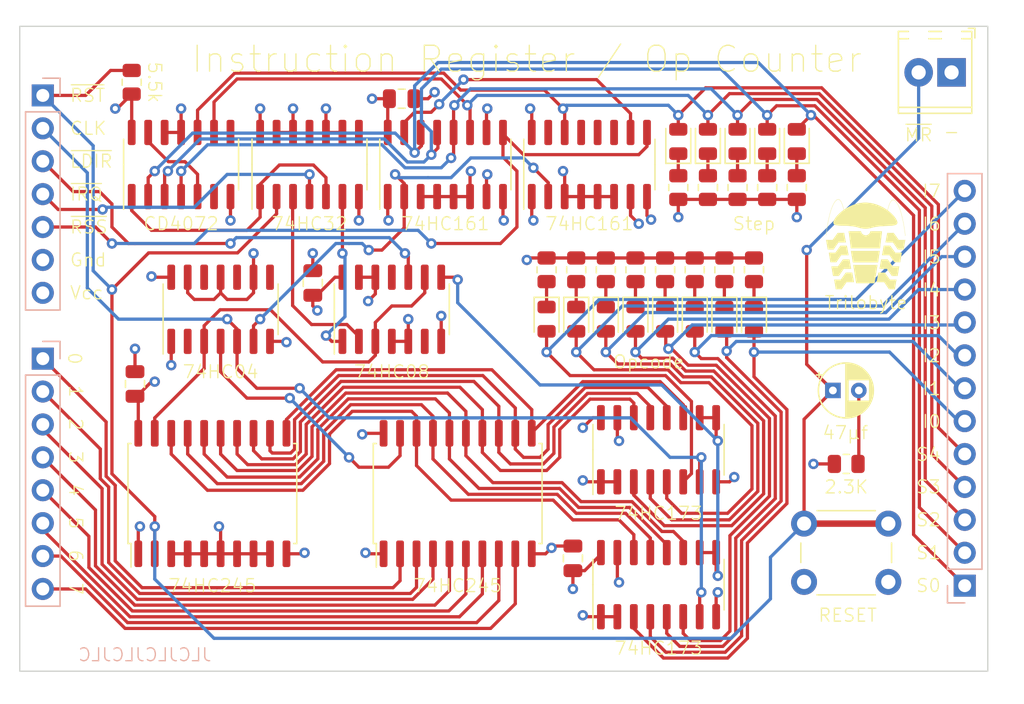
<source format=kicad_pcb>
(kicad_pcb (version 20211014) (generator pcbnew)
  (layers (0 "F.Cu" signal) (1 "In1.Cu" signal) (2 "In2.Cu" signal) (31 "B.Cu" signal) (34 "B.Paste" user) (35 "F.Paste" user) (36 "B.SilkS" user "B.Silkscreen") (37 "F.SilkS" user "F.Silkscreen") (38 "B.Mask" user) (39 "F.Mask" user) (44 "Edge.Cuts" user))
  (net 0 "")
  (net 1 "VCC")
  (net 2 "GND")
  (net 3 "Net-(D4-Pad1)")
  (net 4 "/~{ZF}")
  (net 5 "Net-(U1-Pad6)")
  (net 6 "STEP4")
  (net 7 "Net-(U4-Pad3)")
  (net 8 "Net-(U4-Pad6)")
  (net 9 "STEP3")
  (net 11 "STEP2")
  (net 12 "~{BUS_SEL}")
  (net 13 "STEP1")
  (net 15 "STEP0")
  (net 16 "BUS0")
  (net 17 "BUS1")
  (net 18 "BUS2")
  (net 19 "BUS3")
  (net 20 "BUS4")
  (net 21 "BUS5")
  (net 22 "BUS6")
  (net 23 "BUS7")
  (net 24 "CLOCK")
  (net 25 "Net-(D1-Pad1)")
  (net 26 "Net-(D2-Pad1)")
  (net 27 "Net-(D3-Pad1)")
  (net 28 "INSTRUCTION7")
  (net 29 "INSTRUCTION6")
  (net 30 "INSTRUCTION5")
  (net 31 "INSTRUCTION4")
  (net 32 "INSTRUCTION3")
  (net 33 "INSTRUCTION2")
  (net 34 "INSTRUCTION1")
  (net 35 "INSTRUCTION0")
  (net 36 "~{RESET}")
  (net 37 "~{INT_REQUEST}")
  (net 38 "~{RESET_STEP}")
  (net 40 "Net-(U1-Pad4)")
  (net 42 "/INST_BUS_7")
  (net 43 "/INST_BUS_6")
  (net 44 "/INST_BUS_5")
  (net 45 "/INST_BUS_4")
  (net 46 "/INST_BUS_3")
  (net 47 "/INST_BUS_2")
  (net 48 "/INST_BUS_1")
  (net 49 "/INST_BUS_0")
  (net 52 "Net-(D5-Pad1)")
  (net 53 "Net-(D6-Pad1)")
  (net 54 "Net-(D7-Pad1)")
  (net 55 "Net-(D8-Pad1)")
  (net 56 "Net-(D9-Pad1)")
  (net 57 "Net-(D10-Pad1)")
  (net 58 "~{LD_IR}")
  (net 59 "Net-(D11-Pad1)")
  (net 60 "Net-(D12-Pad1)")
  (net 61 "Net-(U2-Pad13)")
  (net 63 "Net-(U5-Pad8)")
  (net 65 "Net-(C5-Pad2)")
  (net 66 "Net-(U10-Pad10)")
  (net 71 "Net-(D13-Pad1)")
  (footprint "Resistor_SMD:R_0805_2012Metric" (layer "F.Cu") (at 153.67 92.456242 90)
    (fp_text reference "R2" hide)
    (fp_text value "R_Small_US" hide)
  )
  (footprint "Resistor_SMD:R_0805_2012Metric" (layer "F.Cu") (at 155.956 92.456242 90)
    (fp_text reference "R3" hide)
    (fp_text value "R_Small_US" hide)
  )
  (footprint "Resistor_SMD:R_0805_2012Metric" (layer "F.Cu") (at 172.974 86.106242 -90)
    (fp_text reference "R13" hide)
    (fp_text value "R_Small_US" hide)
  )
  (footprint "LED_SMD:LED_0805_2012Metric" (layer "F.Cu") (at 165.1 96.266242 -90)
    (fp_text reference "D6" hide)
    (fp_text value "LED" hide)
  )
  (footprint "Resistor_SMD:R_0805_2012Metric" (layer "F.Cu") (at 121.666 77.978242 -90)
    (fp_text reference "R1" hide)
    (fp_text value "R_Small_US" hide)
  )
  (footprint "Package_SO:SOIC-14_3.9x8.7mm_P1.27mm" (layer "F.Cu") (at 141.732 95.504242 90)
    (fp_text reference "U5" hide)
    (fp_text value "74HC08" hide)
  )
  (footprint "LED_SMD:LED_0805_2012Metric" (layer "F.Cu") (at 169.672 96.266242 -90)
    (fp_text reference "D8" hide)
    (fp_text value "LED" hide)
  )
  (footprint "Package_SO:SOIC-14_3.9x8.7mm_P1.27mm" (layer "F.Cu") (at 135.382 84.328242 90)
    (fp_text reference "U4" hide)
    (fp_text value "74HC32" hide)
  )
  (footprint "Resistor_SMD:R_0805_2012Metric" (layer "F.Cu") (at 170.688 86.106242 -90)
    (fp_text reference "R12" hide)
    (fp_text value "R_Small_US" hide)
  )
  (footprint "Package_SO:SOIC-16_3.9x9.9mm_P1.27mm" (layer "F.Cu") (at 162.306 116.762242 90)
    (fp_text reference "U8" hide)
    (fp_text value "74HC173" hide)
  )
  (footprint "LED_SMD:LED_0805_2012Metric" (layer "F.Cu") (at 155.956 96.266242 -90)
    (fp_text reference "D2" hide)
    (fp_text value "LED" hide)
  )
  (footprint "Capacitor_SMD:C_0805_2012Metric" (layer "F.Cu") (at 121.92 101.268242 90)
    (fp_text reference "C4" hide)
    (fp_text value "C" hide)
  )
  (footprint "Resistor_SMD:R_0805_2012Metric" (layer "F.Cu") (at 162.814 92.456242 90)
    (fp_text reference "R6" hide)
    (fp_text value "R_Small_US" hide)
  )
  (footprint "Package_SO:SOIC-20W_7.5x12.8mm_P1.27mm" (layer "F.Cu") (at 146.812 109.728242 90)
    (fp_text reference "U7" hide)
    (fp_text value "74HC245" hide)
  )
  (footprint "Package_SO:SOIC-20W_7.5x12.8mm_P1.27mm" (layer "F.Cu") (at 127.889 109.728242 90)
    (fp_text reference "U6" hide)
    (fp_text value "74HC245" hide)
  )
  (footprint "LED_SMD:LED_0805_2012Metric" (layer "F.Cu") (at 162.814 96.266242 -90)
    (fp_text reference "D5" hide)
    (fp_text value "LED" hide)
  )
  (footprint "Resistor_SMD:R_0805_2012Metric" (layer "F.Cu") (at 158.242 92.456242 90)
    (fp_text reference "R4" hide)
    (fp_text value "R_Small_US" hide)
  )
  (footprint "Resistor_SMD:R_0805_2012Metric" (layer "F.Cu") (at 160.528 92.456242 90)
    (fp_text reference "R5" hide)
    (fp_text value "R_Small_US" hide)
  )
  (footprint "Resistor_SMD:R_0805_2012Metric" (layer "F.Cu") (at 169.672 92.456242 90)
    (fp_text reference "R9" hide)
    (fp_text value "R_Small_US" hide)
  )
  (footprint "LED_SMD:LED_0805_2012Metric" (layer "F.Cu") (at 160.528 96.266242 -90)
    (fp_text reference "D4" hide)
    (fp_text value "LED" hide)
  )
  (footprint "LED_SMD:LED_0805_2012Metric" (layer "F.Cu") (at 170.688 82.550242 90)
    (fp_text reference "D11" hide)
    (fp_text value "LED" hide)
  )
  (footprint "Resistor_SMD:R_0805_2012Metric" (layer "F.Cu") (at 165.1 92.456242 90)
    (fp_text reference "R7" hide)
    (fp_text value "R_Small_US" hide)
  )
  (footprint "Resistor_SMD:R_0805_2012Metric" (layer "F.Cu") (at 176.784 107.442242 180)
    (fp_text reference "R15" hide)
    (fp_text value "R_Small_US" hide)
  )
  (footprint "LED_SMD:LED_0805_2012Metric" (layer "F.Cu") (at 168.402 82.550242 90)
    (fp_text reference "D10" hide)
    (fp_text value "LED" hide)
  )
  (footprint "Resistor_SMD:R_0805_2012Metric" (layer "F.Cu") (at 163.83 86.106242 -90)
    (fp_text reference "R14" hide)
    (fp_text value "R_Small_US" hide)
  )
  (footprint "Resistor_SMD:R_0805_2012Metric" (layer "F.Cu") (at 168.402 86.106242 -90)
    (fp_text reference "R11" hide)
    (fp_text value "R_Small_US" hide)
  )
  (footprint "Stephenv6:trilobyte-logo-small" (layer "F.Cu") (at 178.308 82.804242)
    (fp_text reference "REF**" hide)
    (fp_text value "trilobyte-logo-small" hide)
  )
  (footprint "TerminalBlock_Phoenix:TerminalBlock_Phoenix_MPT-0,5-2-2.54_1x02_P2.54mm_Horizontal" (layer "F.Cu") (at 184.912 77.216 180)
    (fp_text reference "J4" hide)
    (fp_text value "Screw_Terminal_01x02" hide)
  )
  (footprint "Capacitor_THT:CP_Radial_D4.0mm_P2.00mm" (layer "F.Cu") (at 175.757401 101.77)
    (fp_text reference "C5" hide)
    (fp_text value "C_Polarized_US" hide)
  )
  (footprint "LED_SMD:LED_0805_2012Metric" (layer "F.Cu") (at 163.83 82.550242 90)
    (fp_text reference "D13" hide)
    (fp_text value "LED" hide)
  )
  (footprint "Package_SO:SOIC-14_3.9x8.7mm_P1.27mm" (layer "F.Cu") (at 125.476 84.328242 90)
    (fp_text reference "U2" hide)
    (fp_text value "4072" hide)
  )
  (footprint "LED_SMD:LED_0805_2012Metric" (layer "F.Cu") (at 158.242 96.266242 -90)
    (fp_text reference "D3" hide)
    (fp_text value "LED" hide)
  )
  (footprint "LED_SMD:LED_0805_2012Metric" (layer "F.Cu") (at 153.67 96.266242 -90)
    (fp_text reference "D1" hide)
    (fp_text value "LED" hide)
  )
  (footprint "Package_SO:SOIC-16_3.9x9.9mm_P1.27mm" (layer "F.Cu") (at 162.306 106.348242 90)
    (fp_text reference "U9" hide)
    (fp_text value "74HC173" hide)
  )
  (footprint "Package_SO:SOIC-16_3.9x9.9mm_P1.27mm" (layer "F.Cu") (at 156.972 84.328242 90)
    (fp_text reference "U10" hide)
    (fp_text value "74HC161" hide)
  )
  (footprint "LED_SMD:LED_0805_2012Metric" (layer "F.Cu") (at 172.974 82.550242 90)
    (fp_text reference "D12" hide)
    (fp_text value "LED" hide)
  )
  (footprint "Capacitor_SMD:C_0805_2012Metric" (layer "F.Cu") (at 155.702 114.730242 90)
    (fp_text reference "C3" hide)
    (fp_text value "C" hide)
  )
  (footprint "Package_SO:SOIC-14_3.9x8.7mm_P1.27mm" (layer "F.Cu") (at 128.524 95.504242 90)
    (fp_text reference "U1" hide)
    (fp_text value "74HC04" hide)
  )
  (footprint "LED_SMD:LED_0805_2012Metric" (layer "F.Cu") (at 166.116 82.550242 90)
    (fp_text reference "D9" hide)
    (fp_text value "LED" hide)
  )
  (footprint "Resistor_SMD:R_0805_2012Metric" (layer "F.Cu") (at 166.116 86.106242 -90)
    (fp_text reference "R10" hide)
    (fp_text value "R_Small_US" hide)
  )
  (footprint "Resistor_SMD:R_0805_2012Metric" (layer "F.Cu") (at 167.386 92.456242 90)
    (fp_text reference "R8" hide)
    (fp_text value "R_Small_US" hide)
  )
  (footprint "Package_SO:SOIC-16_3.9x9.9mm_P1.27mm" (layer "F.Cu") (at 145.862 84.328242 90)
    (fp_text reference "U3" hide)
    (fp_text value "74HC161" hide)
  )
  (footprint "Button_Switch_THT:SW_PUSH_6mm" (layer "F.Cu") (at 173.534 112.050242)
    (fp_text reference "SW1" hide)
    (fp_text value "SW_Push" hide)
  )
  (footprint "Capacitor_SMD:C_0805_2012Metric" (layer "F.Cu") (at 142.494 79.248242)
    (fp_text reference "C1" hide)
    (fp_text value "C" hide)
  )
  (footprint "Capacitor_SMD:C_0805_2012Metric" (layer "F.Cu") (at 135.636 93.472242 90)
    (fp_text reference "C2" hide)
    (fp_text value "C" hide)
  )
  (footprint "LED_SMD:LED_0805_2012Metric" (layer "F.Cu") (at 167.386 96.266242 -90)
    (fp_text reference "D7" hide)
    (fp_text value "LED" hide)
  )
  (footprint "Connector_PinHeader_2.54mm:PinHeader_1x08_P2.54mm_Vertical" (layer "B.Cu") (at 114.808 99.314242 180)
    (fp_text reference "J1" hide)
    (fp_text value "Conn_01x08" hide)
  )
  (footprint "Connector_PinHeader_2.54mm:PinHeader_1x13_P2.54mm_Vertical" (layer "B.Cu") (at 185.928 116.84)
    (fp_text reference "J2" hide)
    (fp_text value "Conn_01x13" hide)
  )
  (footprint "Connector_PinHeader_2.54mm:PinHeader_1x07_P2.54mm_Vertical" (layer "B.Cu") (at 114.808 78.994242 180)
    (fp_text reference "J3" hide)
    (fp_text value "Conn_01x07" hide)
  )
  (gr_rect (start 113.03 73.660242) (end 187.706 123.444) (layer "Edge.Cuts") (width 0.1) (fill none))
  (gr_text "JLCJLCJLCJLC" (at 122.682 122.174) (layer "B.SilkS") (effects (font (size 1 1) (thickness 0.1)) (justify mirror)))
  (gr_text "4" (at 117.348 109.459242 270) (layer "F.SilkS") (effects (font (size 1 1) (thickness 0.1))))
  (gr_text "Gnd" (at 116.84 91.694242) (layer "F.SilkS") (effects (font (size 1 1) (thickness 0.1)) (justify left)))
  (gr_text "I0" (at 184.15 104.17) (layer "F.SilkS") (effects (font (size 1 1) (thickness 0.1)) (justify right)))
  (gr_text "~{RST}" (at 116.84 78.994242) (layer "F.SilkS") (effects (font (size 1 1) (thickness 0.1)) (justify left)))
  (gr_text "I6" (at 184.15 88.93) (layer "F.SilkS") (effects (font (size 1 1) (thickness 0.1)) (justify right)))
  (gr_text "I3" (at 184.15 96.55) (layer "F.SilkS") (effects (font (size 1 1) (thickness 0.1)) (justify right)))
  (gr_text "Vcc" (at 116.84 94.234242) (layer "F.SilkS") (effects (font (size 1 1) (thickness 0.1)) (justify left)))
  (gr_text "74HC161" (at 156.972 88.900242) (layer "F.SilkS") (effects (font (size 1 1) (thickness 0.1))))
  (gr_text "S0" (at 184.15 116.835) (layer "F.SilkS") (effects (font (size 1 1) (thickness 0.1)) (justify right)))
  (gr_text "I1" (at 184.15 101.63) (layer "F.SilkS") (effects (font (size 1 1) (thickness 0.1)) (justify right)))
  (gr_text "0" (at 117.348 99.299242 90) (layer "F.SilkS") (effects (font (size 1 1) (thickness 0.1))))
  (gr_text "~{MR}" (at 182.372 82.042) (layer "F.SilkS") (effects (font (size 1 1) (thickness 0.1))))
  (gr_text "~{RSS}" (at 116.84 89.154242) (layer "F.SilkS") (effects (font (size 1 1) (thickness 0.1)) (justify left)))
  (gr_text "2" (at 117.348 104.379242 270) (layer "F.SilkS") (effects (font (size 1 1) (thickness 0.1))))
  (gr_text "~{LDIR}" (at 116.84 84.074242) (layer "F.SilkS") (effects (font (size 1 1) (thickness 0.1)) (justify left)))
  (gr_text "5" (at 117.348 111.999242 270) (layer "F.SilkS") (effects (font (size 1 1) (thickness 0.1))))
  (gr_text "S1" (at 184.15 114.295) (layer "F.SilkS") (effects (font (size 1 1) (thickness 0.1)) (justify right)))
  (gr_text "CLK" (at 116.84 81.534242) (layer "F.SilkS") (effects (font (size 1 1) (thickness 0.1)) (justify left)))
  (gr_text "I4" (at 184.15 94.01) (layer "F.SilkS") (effects (font (size 1 1) (thickness 0.1)) (justify right)))
  (gr_text "S2" (at 184.15 111.755) (layer "F.SilkS") (effects (font (size 1 1) (thickness 0.1)) (justify right)))
  (gr_text "Trilobyte" (at 178.308 94.996242) (layer "F.SilkS") (effects (font (size 1 1) (thickness 0.1))))
  (gr_text "3" (at 117.348 106.919242 270) (layer "F.SilkS") (effects (font (size 1 1) (thickness 0.1))))
  (gr_text "7" (at 117.348 117.079242 270) (layer "F.SilkS") (effects (font (size 1 1) (thickness 0.1))))
  (gr_text "I5" (at 184.15 91.47) (layer "F.SilkS") (effects (font (size 1 1) (thickness 0.1)) (justify right)))
  (gr_text "S3" (at 184.15 109.215) (layer "F.SilkS") (effects (font (size 1 1) (thickness 0.1)) (justify right)))
  (gr_text "1" (at 117.348 101.839242 270) (layer "F.SilkS") (effects (font (size 1 1) (thickness 0.1))))
  (gr_text "Opcode" (at 161.544 99.568) (layer "F.SilkS") (effects (font (size 1 1) (thickness 0.1))))
  (gr_text "I7" (at 184.15 86.39) (layer "F.SilkS") (effects (font (size 1 1) (thickness 0.1)) (justify right)))
  (gr_text "6" (at 117.348 114.539242 270) (layer "F.SilkS") (effects (font (size 1 1) (thickness 0.1))))
  (gr_text "Instruction Register / Op Counter" (at 152.146 76.200242) (layer "F.SilkS") (effects (font (size 2 2) (thickness 0.1))))
  (gr_text "I2" (at 184.15 99.09) (layer "F.SilkS") (effects (font (size 1 1) (thickness 0.1)) (justify right)))
  (gr_text "S4" (at 184.15 106.71) (layer "F.SilkS") (effects (font (size 1 1) (thickness 0.1)) (justify right)))
  (gr_text "~{IRQ}" (at 116.84 86.614242) (layer "F.SilkS") (effects (font (size 1 1) (thickness 0.1)) (justify left)))
  (gr_text "Step" (at 169.672 88.900242) (layer "F.SilkS") (effects (font (size 1 1) (thickness 0.1))))
  (gr_text "-" (at 184.912 81.788) (layer "F.SilkS") (effects (font (size 1 1) (thickness 0.1))))
  (segment (start 121.666 81.853242) (end 121.666 78.890742) (width 0.25) (layer "F.Cu") (net 1))
  (segment (start 157.239 103.873242) (end 156.464 104.648242) (width 0.25) (layer "F.Cu") (net 1))
  (segment (start 149.037 80.071) (end 149.098 80.01) (width 0.25) (layer "F.Cu") (net 1))
  (segment (start 131.572 81.853242) (end 131.572 80.01) (width 0.25) (layer "F.Cu") (net 1))
  (segment (start 152.527 86.803242) (end 152.527 88.519) (width 0.25) (layer "F.Cu") (net 1))
  (segment (start 141.417 88.585) (end 141.478 88.646) (width 0.25) (layer "F.Cu") (net 1))
  (segment (start 152.527 88.519) (end 152.654 88.646) (width 0.25) (layer "F.Cu") (net 1))
  (segment (start 122.174 102.472242) (end 122.174 105.078242) (width 0.25) (layer "F.Cu") (net 1))
  (segment (start 141.097 114.378242) (end 139.778 114.378242) (width 0.25) (layer "F.Cu") (net 1))
  (segment (start 141.417 81.853242) (end 141.417 79.375242) (width 0.25) (layer "F.Cu") (net 1))
  (segment (start 139.524 105.078242) (end 139.446 105.156242) (width 0.25) (layer "F.Cu") (net 1))
  (segment (start 149.037 81.853242) (end 149.037 80.071) (width 0.25) (layer "F.Cu") (net 1))
  (segment (start 120.546742 80.01) (end 120.396 80.01) (width 0.25) (layer "F.Cu") (net 1))
  (segment (start 149.037 85.151) (end 149.098 85.09) (width 0.25) (layer "F.Cu") (net 1))
  (segment (start 123.255 93.029242) (end 123.19 92.964242) (width 0.25) (layer "F.Cu") (net 1))
  (segment (start 135.636 94.422242) (end 135.955758 94.422242) (width 0.25) (layer "F.Cu") (net 1))
  (segment (start 132.334 114.378242) (end 124.714 114.378242) (width 0.25) (layer "F.Cu") (net 1))
  (segment (start 121.92 102.218242) (end 122.174 102.472242) (width 0.25) (layer "F.Cu") (net 1))
  (segment (start 140.208242 79.248242) (end 140.208 79.248) (width 0.25) (layer "F.Cu") (net 1))
  (segment (start 135.636 94.422242) (end 135.636 95.241402) (width 0.25) (layer "F.Cu") (net 1))
  (segment (start 128.524 112.395242) (end 128.397 112.268242) (width 0.25) (layer "F.Cu") (net 1))
  (segment (start 155.702 115.680242) (end 156.608 115.680242) (width 0.25) (layer "F.Cu") (net 1))
  (segment (start 152.527 80.137) (end 152.4 80.01) (width 0.25) (layer "F.Cu") (net 1))
  (segment (start 128.524 114.378242) (end 128.524 112.395242) (width 0.25) (layer "F.Cu") (net 1))
  (segment (start 141.097 105.078242) (end 139.524 105.078242) (width 0.25) (layer "F.Cu") (net 1))
  (segment (start 135.955758 94.422242) (end 137.348758 93.029242) (width 0.25) (layer "F.Cu") (net 1))
  (segment (start 156.608 115.680242) (end 157.861 114.427242) (width 0.25) (layer "F.Cu") (net 1))
  (segment (start 160.147 88.265) (end 160.782 88.9) (width 0.25) (layer "F.Cu") (net 1))
  (segment (start 141.417 86.803242) (end 141.417 88.585) (width 0.25) (layer "F.Cu") (net 1))
  (segment (start 124.714 93.029242) (end 123.255 93.029242) (width 0.25) (layer "F.Cu") (net 1))
  (segment (start 160.147 86.803242) (end 160.147 88.265) (width 0.25) (layer "F.Cu") (net 1))
  (segment (start 141.417 79.375242) (end 141.544 79.248242) (width 0.25) (layer "F.Cu") (net 1))
  (segment (start 152.527 81.853242) (end 152.527 80.137) (width 0.25) (layer "F.Cu") (net 1))
  (segment (start 139.778 114.378242) (end 139.7 114.300242) (width 0.25) (layer "F.Cu") (net 1))
  (segment (start 122.174 114.378242) (end 122.174 112.395242) (width 0.25) (layer "F.Cu") (net 1))
  (segment (start 141.544 79.248242) (end 140.208242 79.248242) (width 0.25) (layer "F.Cu") (net 1))
  (segment (start 121.666 78.890742) (end 120.546742 80.01) (width 0.25) (layer "F.Cu") (net 1))
  (segment (start 122.174 112.395242) (end 122.301 112.268242) (width 0.25) (layer "F.Cu") (net 1))
  (segment (start 122.063758 102.218242) (end 123.19 101.092) (width 0.25) (layer "F.Cu") (net 1))
  (segment (start 137.348758 93.029242) (end 137.922 93.029242) (width 0.25) (layer "F.Cu") (net 1))
  (segment (start 149.037 86.803242) (end 149.037 85.151) (width 0.25) (layer "F.Cu") (net 1))
  (segment (start 123.19 101.092) (end 123.444 101.092) (width 0.25) (layer "F.Cu") (net 1))
  (segment (start 121.92 102.218242) (end 122.063758 102.218242) (width 0.25) (layer "F.Cu") (net 1))
  (segment (start 157.861 103.873242) (end 157.239 103.873242) (width 0.25) (layer "F.Cu") (net 1))
  (segment (start 135.636 95.241402) (end 135.989386 95.594788) (width 0.25) (layer "F.Cu") (net 1))
  (segment (start 155.702 115.680242) (end 155.702 117.094242) (width 0.25) (layer "F.Cu") (net 1))
  (via (at 135.989386 95.594788) (size 0.8) (drill 0.4) (layers "F.Cu" "B.Cu") (net 1))
  (via (at 128.397 112.268242) (size 0.8) (drill 0.4) (layers "F.Cu" "B.Cu") (net 1))
  (via (at 160.782 88.9) (size 0.8) (drill 0.4) (layers "F.Cu" "B.Cu") (net 1))
  (via (at 122.301 112.268242) (size 0.8) (drill 0.4) (layers "F.Cu" "B.Cu") (net 1))
  (via (at 140.208 79.248) (size 0.8) (drill 0.4) (layers "F.Cu" "B.Cu") (net 1))
  (via (at 131.572 80.01) (size 0.8) (drill 0.4) (layers "F.Cu" "B.Cu") (net 1))
  (via (at 139.446 105.156242) (size 0.8) (drill 0.4) (layers "F.Cu" "B.Cu") (net 1))
  (via (at 156.464 104.648242) (size 0.8) (drill 0.4) (layers "F.Cu" "B.Cu") (net 1))
  (via (at 149.098 85.09) (size 0.8) (drill 0.4) (layers "F.Cu" "B.Cu") (net 1))
  (via (at 155.702 117.094242) (size 0.8) (drill 0.4) (layers "F.Cu" "B.Cu") (net 1))
  (via (at 149.098 80.01) (size 0.8) (drill 0.4) (layers "F.Cu" "B.Cu") (net 1))
  (via (at 139.7 114.300242) (size 0.8) (drill 0.4) (layers "F.Cu" "B.Cu") (net 1))
  (via (at 120.396 80.01) (size 0.8) (drill 0.4) (layers "F.Cu" "B.Cu") (net 1))
  (via (at 123.19 92.964242) (size 0.8) (drill 0.4) (layers "F.Cu" "B.Cu") (net 1))
  (via (at 152.654 88.646) (size 0.8) (drill 0.4) (layers "F.Cu" "B.Cu") (net 1))
  (via (at 152.4 80.01) (size 0.8) (drill 0.4) (layers "F.Cu" "B.Cu") (net 1))
  (via (at 141.478 88.646) (size 0.8) (drill 0.4) (layers "F.Cu" "B.Cu") (net 1))
  (via (at 123.444 101.092) (size 0.8) (drill 0.4) (layers "F.Cu" "B.Cu") (net 1))
  (segment (start 140.462 94.315673) (end 139.90455 94.873123) (width 0.25) (layer "F.Cu") (net 2))
  (segment (start 129.032 94.742242) (end 128.524 94.234242) (width 0.25) (layer "F.Cu") (net 2))
  (segment (start 155.067 84.963) (end 154.94 84.836) (width 0.25) (layer "F.Cu") (net 2))
  (segment (start 167.783 108.823242) (end 168.148 108.458242) (width 0.25) (layer "F.Cu") (net 2))
  (segment (start 157.861 108.823242) (end 156.575 108.823242) (width 0.25) (layer "F.Cu") (net 2))
  (segment (start 166.751 117.475242) (end 166.878 117.348242) (width 0.25) (layer "F.Cu") (net 2))
  (segment (start 133.604 114.378242) (end 134.923 114.378242) (width 0.25) (layer "F.Cu") (net 2))
  (segment (start 130.556 94.742242) (end 129.032 94.742242) (width 0.25) (layer "F.Cu") (net 2))
  (segment (start 156.575 119.237242) (end 156.464 119.126242) (width 0.25) (layer "F.Cu") (net 2))
  (segment (start 150.307 88.585) (end 150.368 88.646) (width 0.25) (layer "F.Cu") (net 2))
  (segment (start 121.92 100.318242) (end 121.92 98.552242) (width 0.25) (layer "F.Cu") (net 2))
  (segment (start 147.767 84.905598) (end 147.832299 84.840299) (width 0.25) (layer "F.Cu") (net 2))
  (segment (start 143.444 79.248242) (end 144.525758 79.248242) (width 0.25) (layer "F.Cu") (net 2))
  (segment (start 128.524 94.234242) (end 128.524 93.029242) (width 0.25) (layer "F.Cu") (net 2))
  (segment (start 155.067 86.803242) (end 155.067 84.963) (width 0.25) (layer "F.Cu") (net 2))
  (segment (start 134.112 81.853242) (end 134.112 80.01) (width 0.25) (layer "F.Cu") (net 2))
  (segment (start 152.527 114.378242) (end 153.592 114.378242) (width 0.25) (layer "F.Cu") (net 2))
  (segment (start 163.83 87.018742) (end 163.83 88.392) (width 0.25) (layer "F.Cu") (net 2))
  (segment (start 125.984 93.029242) (end 125.984 94.234242) (width 0.25) (layer "F.Cu") (net 2))
  (segment (start 153.67 91.543742) (end 152.2965 91.543742) (width 0.25) (layer "F.Cu") (net 2))
  (segment (start 158.877 86.803242) (end 155.067 86.803242) (width 0.25) (layer "F.Cu") (net 2))
  (segment (start 126.492 94.742242) (end 128.016 94.742242) (width 0.25) (layer "F.Cu") (net 2))
  (segment (start 159.258 116.586242) (end 159.131 116.459242) (width 0.25) (layer "F.Cu") (net 2))
  (segment (start 139.192 86.803242) (end 139.192 88.646) (width 0.25) (layer "F.Cu") (net 2))
  (segment (start 152.2965 91.543742) (end 152.146 91.694242) (width 0.25) (layer "F.Cu") (net 2))
  (segment (start 161.417 88.270719) (end 161.730211 88.58393) (width 0.25) (layer "F.Cu") (net 2))
  (segment (start 172.974 87.018742) (end 172.974 88.392242) (width 0.25) (layer "F.Cu") (net 2))
  (segment (start 159.131 103.873242) (end 159.131 105.537242) (width 0.25) (layer "F.Cu") (net 2))
  (segment (start 131.064 93.029242) (end 131.064 91.186242) (width 0.25) (layer "F.Cu") (net 2))
  (segment (start 175.8715 107.442242) (end 174.258742 107.442242) (width 0.25) (layer "F.Cu") (net 2))
  (segment (start 147.767 86.803242) (end 147.767 84.905598) (width 0.25) (layer "F.Cu") (net 2))
  (segment (start 125.984 94.234242) (end 126.492 94.742242) (width 0.25) (layer "F.Cu") (net 2))
  (segment (start 159.131 119.237242) (end 157.861 119.237242) (width 0.25) (layer "F.Cu") (net 2))
  (segment (start 132.334 97.979242) (end 133.539 97.979242) (width 0.25) (layer "F.Cu") (net 2))
  (segment (start 161.417 86.803242) (end 161.417 88.270719) (width 0.25) (layer "F.Cu") (net 2))
  (segment (start 147.767 86.803242) (end 143.957 86.803242) (width 0.25) (layer "F.Cu") (net 2))
  (segment (start 157.861 119.237242) (end 156.575 119.237242) (width 0.25) (layer "F.Cu") (net 2))
  (segment (start 134.112 81.853242) (end 132.842 81.853242) (width 0.25) (layer "F.Cu") (net 2))
  (segment (start 153.592 114.378242) (end 154.19 113.780242) (width 0.25) (layer "F.Cu") (net 2))
  (segment (start 131.064 94.234242) (end 130.556 94.742242) (width 0.25) (layer "F.Cu") (net 2))
  (segment (start 143.002 97.979242) (end 143.002 96.266) (width 0.25) (layer "F.Cu") (net 2))
  (segment (start 159.131 105.537242) (end 159.258 105.664242) (width 0.25) (layer "F.Cu") (net 2))
  (segment (start 140.462 93.029242) (end 140.462 94.315673) (width 0.25) (layer "F.Cu") (net 2))
  (segment (start 141.732 97.979242) (end 143.002 97.979242) (width 0.25) (layer "F.Cu") (net 2))
  (segment (start 159.131 116.459242) (end 159.131 114.287242) (width 0.25) (layer "F.Cu") (net 2))
  (segment (start 135.636 92.522242) (end 135.636 91.186242) (width 0.25) (layer "F.Cu") (net 2))
  (segment (start 135.636 91.186242) (end 135.63158 91.181822) (width 0.25) (layer "F.Cu") (net 2))
  (segment (start 125.476 81.853242) (end 125.476 80.01) (width 0.25) (layer "F.Cu") (net 2))
  (segment (start 153.67 91.543742) (end 169.672 91.543742) (width 0.25) (layer "F.Cu") (net 2))
  (segment (start 134.923 114.378242) (end 135.001 114.300242) (width 0.25) (layer "F.Cu") (net 2))
  (segment (start 163.83 87.018742) (end 166.116 87.018742) (width 0.25) (layer "F.Cu") (net 2))
  (segment (start 144.525758 79.248242) (end 145.034 78.74) (width 0.25) (layer "F.Cu") (net 2))
  (segment (start 129.286 86.803242) (end 129.286 88.646) (width 0.25) (layer "F.Cu") (net 2))
  (segment (start 137.922 81.853242) (end 136.652 81.853242) (width 0.25) (layer "F.Cu") (net 2))
  (segment (start 159.131 108.823242) (end 157.861 108.823242) (width 0.25) (layer "F.Cu") (net 2))
  (segment (start 166.116 87.018742) (end 172.974 87.018742) (width 0.25) (layer "F.Cu") (net 2))
  (segment (start 128.016 94.742242) (end 128.524 94.234242) (width 0.25) (layer "F.Cu") (net 2))
  (segment (start 131.064 93.029242) (end 131.064 94.234242) (width 0.25) (layer "F.Cu") (net 2))
  (segment (start 136.652 81.853242) (end 136.652 80.01) (width 0.25) (layer "F.Cu") (net 2))
  (segment (start 174.258742 107.442242) (end 174.2585 107.442) (width 0.25) (layer "F.Cu") (net 2))
  (segment (start 125.476 81.853242) (end 124.206 81.853242) (width 0.25) (layer "F.Cu") (net 2))
  (segment (start 139.192 93.029242) (end 140.462 93.029242) (width 0.25) (layer "F.Cu") (net 2))
  (segment (start 145.542 97.979242) (end 145.542 96.012242) (width 0.25) (layer "F.Cu") (net 2))
  (segment (start 166.751 108.823242) (end 167.783 108.823242) (width 0.25) (layer "F.Cu") (net 2))
  (segment (start 166.751 119.237242) (end 166.751 117.475242) (width 0.25) (layer "F.Cu") (net 2))
  (segment (start 156.575 108.823242) (end 156.464 108.712242) (width 0.25) (layer "F.Cu") (net 2))
  (segment (start 154.19 113.780242) (end 155.702 113.780242) (width 0.25) (layer "F.Cu") (net 2))
  (segment (start 150.307 86.803242) (end 150.307 88.585) (width 0.25) (layer "F.Cu") (net 2))
  (segment (start 124.714 97.979242) (end 124.714 99.822) (width 0.25) (layer "F.Cu") (net 2))
  (segment (start 133.539 97.979242) (end 133.604 98.044242) (width 0.25) (layer "F.Cu") (net 2))
  (via (at 133.604 98.044242) (size 0.8) (drill 0.4) (layers "F.Cu" "B.Cu") (net 2))
  (via (at 124.714 99.822) (size 0.8) (drill 0.4) (layers "F.Cu" "B.Cu") (net 2))
  (via (at 129.286 88.646) (size 0.8) (drill 0.4) (layers "F.Cu" "B.Cu") (net 2))
  (via (at 163.83 88.392) (size 0.8) (drill 0.4) (layers "F.Cu" "B.Cu") (net 2))
  (via (at 152.146 91.694242) (size 0.8) (drill 0.4) (layers "F.Cu" "B.Cu") (net 2))
  (via (at 150.368 88.646) (size 0.8) (drill 0.4) (layers "F.Cu" "B.Cu") (net 2))
  (via (at 145.034 78.74) (size 0.8) (drill 0.4) (layers "F.Cu" "B.Cu") (net 2))
  (via (at 136.652 80.01) (size 0.8) (drill 0.4) (layers "F.Cu" "B.Cu") (net 2))
  (via (at 174.2585 107.442) (size 0.8) (drill 0.4) (layers "F.Cu" "B.Cu") (net 2))
  (via (at 168.148 108.458242) (size 0.8) (drill 0.4) (layers "F.Cu" "B.Cu") (net 2))
  (via (at 156.464 119.126242) (size 0.8) (drill 0.4) (layers "F.Cu" "B.Cu") (net 2))
  (via (at 156.464 108.712242) (size 0.8) (drill 0.4) (layers "F.Cu" "B.Cu") (net 2))
  (via (at 143.002 96.266) (size 0.8) (drill 0.4) (layers "F.Cu" "B.Cu") (net 2))
  (via (at 172.974 88.392242) (size 0.8) (drill 0.4) (layers "F.Cu" "B.Cu") (net 2))
  (via (at 145.542 96.012242) (size 0.8) (drill 0.4) (layers "F.Cu" "B.Cu") (net 2))
  (via (at 121.92 98.552242) (size 0.8) (drill 0.4) (layers "F.Cu" "B.Cu") (net 2))
  (via (at 135.63158 91.181822) (size 0.8) (drill 0.4) (layers "F.Cu" "B.Cu") (net 2))
  (via (at 166.878 117.348242) (size 0.8) (drill 0.4) (layers "F.Cu" "B.Cu") (net 2))
  (via (at 131.064 91.186242) (size 0.8) (drill 0.4) (layers "F.Cu" "B.Cu") (net 2))
  (via (at 125.476 80.01) (size 0.8) (drill 0.4) (layers "F.Cu" "B.Cu") (net 2))
  (via (at 139.90455 94.873123) (size 0.8) (drill 0.4) (layers "F.Cu" "B.Cu") (net 2))
  (via (at 154.94 84.836) (size 0.8) (drill 0.4) (layers "F.Cu" "B.Cu") (net 2))
  (via (at 135.001 114.300242) (size 0.8) (drill 0.4) (layers "F.Cu" "B.Cu") (net 2))
  (via (at 154.051 113.919242) (size 0.8) (drill 0.4) (layers "F.Cu" "B.Cu") (net 2))
  (via (at 161.730211 88.58393) (size 0.8) (drill 0.4) (layers "F.Cu" "B.Cu") (net 2))
  (via (at 134.112 80.01) (size 0.8) (drill 0.4) (layers "F.Cu" "B.Cu") (net 2))
  (via (at 139.192 88.646) (size 0.8) (drill 0.4) (layers "F.Cu" "B.Cu") (net 2))
  (via (at 159.258 116.586242) (size 0.8) (drill 0.4) (layers "F.Cu" "B.Cu") (net 2))
  (via (at 147.832299 84.840299) (size 0.8) (drill 0.4) (layers "F.Cu" "B.Cu") (net 2))
  (via (at 159.258 105.664242) (size 0.8) (drill 0.4) (layers "F.Cu" "B.Cu") (net 2))
  (segment (start 160.528 95.214242) (end 160.528 93.254242) (width 0.25) (layer "F.Cu") (net 3))
  (segment (start 130.556 89.408) (end 131.572 88.392) (width 0.25) (layer "F.Cu") (net 4))
  (segment (start 136.652 85.3354) (end 136.652 86.803242) (width 0.25) (layer "F.Cu") (net 4))
  (segment (start 121.666 86.803242) (end 121.666 87.884) (width 0.25) (layer "F.Cu") (net 4))
  (segment (start 123.19 89.408) (end 130.556 89.408) (width 0.25) (layer "F.Cu") (net 4))
  (segment (start 135.682099 84.365499) (end 136.652 85.3354) (width 0.25) (layer "F.Cu") (net 4))
  (segment (start 131.572 85.852) (end 133.058501 84.365499) (width 0.25) (layer "F.Cu") (net 4))
  (segment (start 133.058501 84.365499) (end 135.682099 84.365499) (width 0.25) (layer "F.Cu") (net 4))
  (segment (start 131.572 88.392) (end 131.572 86.803242) (width 0.25) (layer "F.Cu") (net 4))
  (segment (start 121.666 87.884) (end 123.19 89.408) (width 0.25) (layer "F.Cu") (net 4))
  (segment (start 131.572 86.803242) (end 131.572 85.852) (width 0.25) (layer "F.Cu") (net 4))
  (segment (start 131.064 96.774) (end 131.572 96.266) (width 0.25) (layer "F.Cu") (net 5))
  (segment (start 142.687 89.215) (end 142.687 86.803242) (width 0.25) (layer "F.Cu") (net 5))
  (segment (start 141.986 85.09) (end 142.687 85.791) (width 0.25) (layer "F.Cu") (net 5))
  (segment (start 131.064 97.979242) (end 131.064 96.774) (width 0.25) (layer "F.Cu") (net 5))
  (segment (start 140.97 90.932) (end 142.687 89.215) (width 0.25) (layer "F.Cu") (net 5))
  (segment (start 153.797 86.803242) (end 153.797 85.725) (width 0.25) (layer "F.Cu") (net 5))
  (segment (start 153.797 85.725) (end 152.654 84.582) (width 0.25) (layer "F.Cu") (net 5))
  (segment (start 139.954 90.932) (end 140.97 90.932) (width 0.25) (layer "F.Cu") (net 5))
  (segment (start 142.687 85.791) (end 142.687 86.803242) (width 0.25) (layer "F.Cu") (net 5))
  (via (at 141.986 85.09) (size 0.8) (drill 0.4) (layers "F.Cu" "B.Cu") (net 5))
  (via (at 152.654 84.582) (size 0.8) (drill 0.4) (layers "F.Cu" "B.Cu") (net 5))
  (via (at 139.954 90.932) (size 0.8) (drill 0.4) (layers "F.Cu" "B.Cu") (net 5))
  (via (at 131.572 96.266) (size 0.8) (drill 0.4) (layers "F.Cu" "B.Cu") (net 5))
  (segment (start 139.446 90.424) (end 139.954 90.932) (width 0.25) (layer "B.Cu") (net 5))
  (segment (start 144.526 85.344) (end 142.24 85.344) (width 0.25) (layer "B.Cu") (net 5))
  (segment (start 142.24 85.344) (end 141.986 85.09) (width 0.25) (layer "B.Cu") (net 5))
  (segment (start 138.43 90.424) (end 139.446 90.424) (width 0.25) (layer "B.Cu") (net 5))
  (segment (start 147.828 83.82) (end 147.32 84.328) (width 0.25) (layer "B.Cu") (net 5))
  (segment (start 151.892 83.82) (end 151.13 83.82) (width 0.25) (layer "B.Cu") (net 5))
  (segment (start 151.13 83.82) (end 147.828 83.82) (width 0.25) (layer "B.Cu") (net 5))
  (segment (start 131.572 96.266) (end 137.414 90.424) (width 0.25) (layer "B.Cu") (net 5))
  (segment (start 146.304 85.344) (end 144.526 85.344) (width 0.25) (layer "B.Cu") (net 5))
  (segment (start 137.414 90.424) (end 138.43 90.424) (width 0.25) (layer "B.Cu") (net 5))
  (segment (start 152.654 84.582) (end 151.892 83.82) (width 0.25) (layer "B.Cu") (net 5))
  (segment (start 147.32 84.328) (end 146.304 85.344) (width 0.25) (layer "B.Cu") (net 5))
  (segment (start 155.067 80.137) (end 155.067 81.853242) (width 0.25) (layer "F.Cu") (net 6))
  (segment (start 165.940532 78.407468) (end 163.83 80.518) (width 0.25) (layer "F.Cu") (net 6))
  (segment (start 126.746 80.136296) (end 129.607807 77.274489) (width 0.25) (layer "F.Cu") (net 6))
  (segment (start 145.736794 77.27449) (end 147.044292 78.581988) (width 0.25) (layer "F.Cu") (net 6))
  (segment (start 153.511988 78.581988) (end 155.067 80.137) (width 0.25) (layer "F.Cu") (net 6))
  (segment (start 183.896 87.413543) (end 174.889925 78.407468) (width 0.25) (layer "F.Cu") (net 6))
  (segment (start 163.83 80.518) (end 163.83 81.612742) (width 0.25) (layer "F.Cu") (net 6))
  (segment (start 174.889925 78.407468) (end 165.940532 78.407468) (width 0.25) (layer "F.Cu") (net 6))
  (segment (start 147.044292 78.581988) (end 153.511988 78.581988) (width 0.25) (layer "F.Cu") (net 6))
  (segment (start 183.896 104.648) (end 183.896 87.413543) (width 0.25) (layer "F.Cu") (net 6))
  (segment (start 126.746 81.853242) (end 126.746 80.136296) (width 0.25) (layer "F.Cu") (net 6))
  (segment (start 185.928 106.68) (end 183.896 104.648) (width 0.25) (layer "F.Cu") (net 6))
  (segment (start 129.607807 77.274489) (end 145.736794 77.27449) (width 0.25) (layer "F.Cu") (net 6))
  (via (at 163.83 80.518) (size 0.8) (drill 0.4) (layers "F.Cu" "B.Cu") (net 6))
  (via (at 154.94 80.01) (size 0.8) (drill 0.4) (layers "F.Cu" "B.Cu") (net 6))
  (segment (start 155.194 79.756) (end 154.94 80.01) (width 0.25) (layer "B.Cu") (net 6))
  (segment (start 163.068 79.756) (end 155.194 79.756) (width 0.25) (layer "B.Cu") (net 6))
  (segment (start 163.83 80.518) (end 163.068 79.756) (width 0.25) (layer "B.Cu") (net 6))
  (segment (start 134.07848 95.21648) (end 134.07848 86.836762) (width 0.25) (layer "F.Cu") (net 7))
  (segment (start 134.07848 86.836762) (end 134.112 86.803242) (width 0.25) (layer "F.Cu") (net 7))
  (segment (start 139.192 97.979242) (end 139.192 97.60317) (width 0.25) (layer "F.Cu") (net 7))
  (segment (start 135.541722 96.679722) (end 134.07848 95.21648) (width 0.25) (layer "F.Cu") (net 7))
  (segment (start 139.192 97.60317) (end 138.268552 96.679722) (width 0.25) (layer "F.Cu") (net 7))
  (segment (start 138.268552 96.679722) (end 135.541722 96.679722) (width 0.25) (layer "F.Cu") (net 7))
  (segment (start 137.922 91.186) (end 137.922 86.803242) (width 0.25) (layer "F.Cu") (net 8))
  (segment (start 137.095242 97.979242) (end 136.652 97.536) (width 0.25) (layer "F.Cu") (net 8))
  (segment (start 137.922 97.979242) (end 137.095242 97.979242) (width 0.25) (layer "F.Cu") (net 8))
  (via (at 136.652 97.536) (size 0.8) (drill 0.4) (layers "F.Cu" "B.Cu") (net 8))
  (via (at 137.922 91.186) (size 0.8) (drill 0.4) (layers "F.Cu" "B.Cu") (net 8))
  (segment (start 136.652 97.536) (end 138.117511 96.070489) (width 0.25) (layer "B.Cu") (net 8))
  (segment (start 138.117511 91.381511) (end 137.922 91.186) (width 0.25) (layer "B.Cu") (net 8))
  (segment (start 138.117511 96.070489) (end 138.117511 91.381511) (width 0.25) (layer "B.Cu") (net 8))
  (segment (start 183.388 106.68) (end 185.928 109.22) (width 0.25) (layer "F.Cu") (net 9))
  (segment (start 183.388 87.54125) (end 183.388 106.68) (width 0.25) (layer "F.Cu") (net 9))
  (segment (start 128.016 81.853242) (end 128.016 79.502) (width 0.25) (layer "F.Cu") (net 9))
  (segment (start 129.794 77.724) (end 145.5506 77.724) (width 0.25) (layer "F.Cu") (net 9))
  (segment (start 166.116 80.518) (end 167.777022 78.856978) (width 0.25) (layer "F.Cu") (net 9))
  (segment (start 145.5506 77.724) (end 147.767 79.9404) (width 0.25) (layer "F.Cu") (net 9))
  (segment (start 174.703728 78.856978) (end 183.388 87.54125) (width 0.25) (layer "F.Cu") (net 9))
  (segment (start 167.777022 78.856978) (end 174.703728 78.856978) (width 0.25) (layer "F.Cu") (net 9))
  (segment (start 166.116 81.612742) (end 166.116 80.518) (width 0.25) (layer "F.Cu") (net 9))
  (segment (start 147.767 79.9404) (end 147.767 81.853242) (width 0.25) (layer "F.Cu") (net 9))
  (segment (start 128.016 79.502) (end 129.794 77.724) (width 0.25) (layer "F.Cu") (net 9))
  (via (at 147.557486 79.750236) (size 0.8) (drill 0.4) (layers "F.Cu" "B.Cu") (net 9))
  (via (at 166.116 80.518) (size 0.8) (drill 0.4) (layers "F.Cu" "B.Cu") (net 9))
  (segment (start 166.116 80.518) (end 164.592 78.994) (width 0.25) (layer "B.Cu") (net 9))
  (segment (start 148.313722 78.994) (end 147.557486 79.750236) (width 0.25) (layer "B.Cu") (net 9))
  (segment (start 164.592 78.994) (end 148.313722 78.994) (width 0.25) (layer "B.Cu") (net 9))
  (segment (start 125.476 86.803242) (end 125.476 84.844598) (width 0.25) (layer "F.Cu") (net 11))
  (segment (start 185.928 111.76) (end 182.88 108.712) (width 0.25) (layer "F.Cu") (net 11))
  (segment (start 146.497 83.627) (end 146.304 83.82) (width 0.25) (layer "F.Cu") (net 11))
  (segment (start 182.88 108.712) (end 182.88 87.668954) (width 0.25) (layer "F.Cu") (net 11))
  (segment (start 125.476 84.844598) (end 125.480299 84.840299) (width 0.25) (layer "F.Cu") (net 11))
  (segment (start 182.88 87.668954) (end 174.517535 79.306489) (width 0.25) (layer "F.Cu") (net 11))
  (segment (start 146.497 79.817) (end 146.558 79.756) (width 0.25) (layer "F.Cu") (net 11))
  (segment (start 168.402 80.518) (end 168.402 81.612742) (width 0.25) (layer "F.Cu") (net 11))
  (segment (start 146.497 81.853242) (end 146.497 83.627) (width 0.25) (layer "F.Cu") (net 11))
  (segment (start 169.613511 79.306489) (end 168.402 80.518) (width 0.25) (layer "F.Cu") (net 11))
  (segment (start 174.517535 79.306489) (end 169.613511 79.306489) (width 0.25) (layer "F.Cu") (net 11))
  (segment (start 146.497 81.853242) (end 146.497 79.817) (width 0.25) (layer "F.Cu") (net 11))
  (via (at 125.480299 84.840299) (size 0.8) (drill 0.4) (layers "F.Cu" "B.Cu") (net 11))
  (via (at 146.558 79.756) (size 0.8) (drill 0.4) (layers "F.Cu" "B.Cu") (net 11))
  (via (at 146.304 83.82) (size 0.8) (drill 0.4) (layers "F.Cu" "B.Cu") (net 11))
  (via (at 168.402 80.518) (size 0.8) (drill 0.4) (layers "F.Cu" "B.Cu") (net 11))
  (segment (start 127.516597 82.804001) (end 125.480299 84.840299) (width 0.25) (layer "B.Cu") (net 11))
  (segment (start 142.747999 84.581999) (end 140.970001 82.804001) (width 0.25) (layer "B.Cu") (net 11))
  (segment (start 140.970001 82.804001) (end 127.516597 82.804001) (width 0.25) (layer "B.Cu") (net 11))
  (segment (start 145.542 84.582) (end 142.747999 84.581999) (width 0.25) (layer "B.Cu") (net 11))
  (segment (start 147.797122 78.486) (end 146.558 79.725122) (width 0.25) (layer "B.Cu") (net 11))
  (segment (start 146.558 79.725122) (end 146.558 79.756) (width 0.25) (layer "B.Cu") (net 11))
  (segment (start 166.37 78.486) (end 147.797122 78.486) (width 0.25) (layer "B.Cu") (net 11))
  (segment (start 146.304 83.82) (end 145.542 84.582) (width 0.25) (layer "B.Cu") (net 11))
  (segment (start 168.402 80.518) (end 166.37 78.486) (width 0.25) (layer "B.Cu") (net 11))
  (segment (start 144.272 93.029242) (end 144.272 94.234) (width 0.25) (layer "F.Cu") (net 12))
  (segment (start 140.462 96.52) (end 140.462 97.979242) (width 0.25) (layer "F.Cu") (net 12))
  (segment (start 128.486501 95.541499) (end 127.254 96.774) (width 0.25) (layer "F.Cu") (net 12))
  (segment (start 123.444 105.078242) (end 123.444 103.886242) (width 0.25) (layer "F.Cu") (net 12))
  (segment (start 140.462 97.979242) (end 140.462 99.06) (width 0.25) (layer "F.Cu") (net 12))
  (segment (start 139.954 99.568) (end 136.398 99.568) (width 0.25) (layer "F.Cu") (net 12))
  (segment (start 127.254 100.076242) (end 127.254 97.979242) (width 0.25) (layer "F.Cu") (net 12))
  (segment (start 132.371499 95.541499) (end 128.486501 95.541499) (width 0.25) (layer "F.Cu") (net 12))
  (segment (start 140.462 99.06) (end 139.954 99.568) (width 0.25) (layer "F.Cu") (net 12))
  (segment (start 141.732 95.25) (end 140.462 96.52) (width 0.25) (layer "F.Cu") (net 12))
  (segment (start 136.398 99.568) (end 132.371499 95.541499) (width 0.25) (layer "F.Cu") (net 12))
  (segment (start 127.254 96.774) (end 127.254 97.979242) (width 0.25) (layer "F.Cu") (net 12))
  (segment (start 144.272 94.234) (end 143.256 95.25) (width 0.25) (layer "F.Cu") (net 12))
  (segment (start 143.256 95.25) (end 141.732 95.25) (width 0.25) (layer "F.Cu") (net 12))
  (segment (start 123.444 103.886242) (end 127.254 100.076242) (width 0.25) (layer "F.Cu") (net 12))
  (segment (start 170.688 81.612742) (end 170.688 80.518) (width 0.25) (layer "F.Cu") (net 13))
  (segment (start 182.43049 87.855148) (end 182.43049 110.80249) (width 0.25) (layer "F.Cu") (net 13))
  (segment (start 124.206 86.803242) (end 124.206 85.09) (width 0.25) (layer "F.Cu") (net 13))
  (segment (start 145.288 83.058) (end 145.288 81.914242) (width 0.25) (layer "F.Cu") (net 13))
  (segment (start 145.288 81.914242) (end 145.227 81.853242) (width 0.25) (layer "F.Cu") (net 13))
  (segment (start 174.368841 79.793499) (end 182.43049 87.855148) (width 0.25) (layer "F.Cu") (net 13))
  (segment (start 144.78 83.566) (end 145.288 83.058) (width 0.25) (layer "F.Cu") (net 13))
  (segment (start 170.688 80.518) (end 171.412501 79.793499) (width 0.25) (layer "F.Cu") (net 13))
  (segment (start 124.206 85.09) (end 124.46 84.836) (width 0.25) (layer "F.Cu") (net 13))
  (segment (start 171.412501 79.793499) (end 174.368841 79.793499) (width 0.25) (layer "F.Cu") (net 13))
  (segment (start 182.43049 110.80249) (end 185.928 114.3) (width 0.25) (layer "F.Cu") (net 13))
  (via (at 124.46 84.836) (size 0.8) (drill 0.4) (layers "F.Cu" "B.Cu") (net 13))
  (via (at 170.688 80.518) (size 0.8) (drill 0.4) (layers "F.Cu" "B.Cu") (net 13))
  (via (at 144.78 83.566) (size 0.8) (drill 0.4) (layers "F.Cu" "B.Cu") (net 13))
  (segment (start 167.132 76.962) (end 170.688 80.518) (width 0.25) (layer "B.Cu") (net 13))
  (segment (start 144.78 83.566) (end 144.78 81.788) (width 0.25) (layer "B.Cu") (net 13))
  (segment (start 142.934193 84.132489) (end 144.213511 84.132489) (width 0.25) (layer "B.Cu") (net 13))
  (segment (start 144.213511 84.132489) (end 144.78 83.566) (width 0.25) (layer "B.Cu") (net 13))
  (segment (start 144.78 81.788) (end 144.018 81.026) (width 0.25) (layer "B.Cu") (net 13))
  (segment (start 144.018 81.026) (end 144.018 78.486) (width 0.25) (layer "B.Cu") (net 13))
  (segment (start 144.018 78.486) (end 145.542 76.962) (width 0.25) (layer "B.Cu") (net 13))
  (segment (start 126.94151 82.35449) (end 141.156194 82.35449) (width 0.25) (layer "B.Cu") (net 13))
  (segment (start 124.46 84.836) (end 126.94151 82.35449) (width 0.25) (layer "B.Cu") (net 13))
  (segment (start 145.542 76.962) (end 167.132 76.962) (width 0.25) (layer "B.Cu") (net 13))
  (segment (start 141.156194 82.35449) (end 142.934193 84.132489) (width 0.25) (layer "B.Cu") (net 13))
  (segment (start 122.936 86.803242) (end 122.936 85.344) (width 0.25) (layer "F.Cu") (net 15))
  (segment (start 122.936 85.344) (end 123.444 84.836) (width 0.25) (layer "F.Cu") (net 15))
  (segment (start 144.018 81.914242) (end 144.018 82.881768) (width 0.25) (layer "F.Cu") (net 15))
  (segment (start 143.957 81.853242) (end 144.018 81.914242) (width 0.25) (layer "F.Cu") (net 15))
  (segment (start 185.928 116.84) (end 181.980979 112.892979) (width 0.25) (layer "F.Cu") (net 15))
  (segment (start 174.068742 80.518) (end 172.974 81.612742) (width 0.25) (layer "F.Cu") (net 15))
  (segment (start 174.244 80.518) (end 174.068742 80.518) (width 0.25) (layer "F.Cu") (net 15))
  (segment (start 144.018 82.881768) (end 143.491779 83.407989) (width 0.25) (layer "F.Cu") (net 15))
  (segment (start 181.980979 112.892979) (end 181.980979 88.254979) (width 0.25) (layer "F.Cu") (net 15))
  (segment (start 181.980979 88.254979) (end 174.244 80.518) (width 0.25) (layer "F.Cu") (net 15))
  (via (at 174.068742 80.518) (size 0.8) (drill 0.4) (layers "F.Cu" "B.Cu") (net 15))
  (via (at 143.491779 83.407989) (size 0.8) (drill 0.4) (layers "F.Cu" "B.Cu") (net 15))
  (via (at 123.444 84.836) (size 0.8) (drill 0.4) (layers "F.Cu" "B.Cu") (net 15))
  (segment (start 174.068742 80.518) (end 170.004742 76.454) (width 0.25) (layer "B.Cu") (net 15))
  (segment (start 126.36642 81.90498) (end 141.98877 81.90498) (width 0.25) (layer "B.Cu") (net 15))
  (segment (start 123.444 84.836) (end 123.735499 84.544501) (width 0.25) (layer "B.Cu") (net 15))
  (segment (start 145.288 76.454) (end 143.491779 78.250221) (width 0.25) (layer "B.Cu") (net 15))
  (segment (start 123.735499 84.535901) (end 126.36642 81.90498) (width 0.25) (layer "B.Cu") (net 15))
  (segment (start 123.735499 84.544501) (end 123.735499 84.535901) (width 0.25) (layer "B.Cu") (net 15))
  (segment (start 141.98877 81.90498) (end 143.491779 83.407989) (width 0.25) (layer "B.Cu") (net 15))
  (segment (start 143.491779 78.250221) (end 143.491779 83.407989) (width 0.25) (layer "B.Cu") (net 15))
  (segment (start 170.004742 76.454) (end 145.288 76.454) (width 0.25) (layer "B.Cu") (net 15))
  (segment (start 120.396 109.093704) (end 119.692489 108.390193) (width 0.25) (layer "F.Cu") (net 16))
  (segment (start 119.692489 104.198731) (end 114.808 99.314242) (width 0.25) (layer "F.Cu") (net 16))
  (segment (start 142.367 116.459242) (end 141.830819 116.995423) (width 0.25) (layer "F.Cu") (net 16))
  (segment (start 142.367 114.378242) (end 142.367 116.459242) (width 0.25) (layer "F.Cu") (net 16))
  (segment (start 122.461538 116.995423) (end 120.396 114.929885) (width 0.25) (layer "F.Cu") (net 16))
  (segment (start 119.692489 108.390193) (end 119.692489 104.198731) (width 0.25) (layer "F.Cu") (net 16))
  (segment (start 141.830819 116.995423) (end 122.461538 116.995423) (width 0.25) (layer "F.Cu") (net 16))
  (segment (start 120.396 114.929885) (end 120.396 109.093704) (width 0.25) (layer "F.Cu") (net 16))
  (segment (start 143.637 116.967242) (end 143.637 114.378242) (width 0.25) (layer "F.Cu") (net 17))
  (segment (start 143.159306 117.444936) (end 143.637 116.967242) (width 0.25) (layer "F.Cu") (net 17))
  (segment (start 122.275347 117.444936) (end 143.159306 117.444936) (width 0.25) (layer "F.Cu") (net 17))
  (segment (start 114.808 101.854242) (end 119.242979 106.289221) (width 0.25) (layer "F.Cu") (net 17))
  (segment (start 119.242979 108.576387) (end 119.888 109.221408) (width 0.25) (layer "F.Cu") (net 17))
  (segment (start 119.242979 106.289221) (end 119.242979 108.576387) (width 0.25) (layer "F.Cu") (net 17))
  (segment (start 119.888 109.221408) (end 119.888 115.057589) (width 0.25) (layer "F.Cu") (net 17))
  (segment (start 119.888 115.057589) (end 122.275347 117.444936) (width 0.25) (layer "F.Cu") (net 17))
  (segment (start 119.38 115.185293) (end 119.38 109.349112) (width 0.25) (layer "F.Cu") (net 18))
  (segment (start 144.907 114.378242) (end 144.907 116.332946) (width 0.25) (layer "F.Cu") (net 18))
  (segment (start 143.345499 117.894447) (end 122.089154 117.894447) (width 0.25) (layer "F.Cu") (net 18))
  (segment (start 122.089154 117.894447) (end 119.38 115.185293) (width 0.25) (layer "F.Cu") (net 18))
  (segment (start 119.38 109.349112) (end 114.808 104.777112) (width 0.25) (layer "F.Cu") (net 18))
  (segment (start 114.808 104.777112) (end 114.808 104.394242) (width 0.25) (layer "F.Cu") (net 18))
  (segment (start 144.907 116.332946) (end 143.345499 117.894447) (width 0.25) (layer "F.Cu") (net 18))
  (segment (start 145.054043 118.343957) (end 146.177 117.221) (width 0.25) (layer "F.Cu") (net 19))
  (segment (start 114.808 106.934242) (end 118.872 110.998242) (width 0.25) (layer "F.Cu") (net 19))
  (segment (start 146.177 117.221) (end 146.177 114.378242) (width 0.25) (layer "F.Cu") (net 19))
  (segment (start 121.90296 118.343957) (end 145.054043 118.343957) (width 0.25) (layer "F.Cu") (net 19))
  (segment (start 118.872 115.312997) (end 121.90296 118.343957) (width 0.25) (layer "F.Cu") (net 19))
  (segment (start 118.872 110.998242) (end 118.872 115.312997) (width 0.25) (layer "F.Cu") (net 19))
  (segment (start 146.128532 118.793468) (end 121.716579 118.793467) (width 0.25) (layer "F.Cu") (net 20))
  (segment (start 118.364 115.440888) (end 118.364 113.030242) (width 0.25) (layer "F.Cu") (net 20))
  (segment (start 121.716579 118.793467) (end 118.364 115.440888) (width 0.25) (layer "F.Cu") (net 20))
  (segment (start 147.447 117.475) (end 146.128532 118.793468) (width 0.25) (layer "F.Cu") (net 20))
  (segment (start 147.447 114.378242) (end 147.447 117.475) (width 0.25) (layer "F.Cu") (net 20))
  (segment (start 118.364 113.030242) (end 114.808 109.474242) (width 0.25) (layer "F.Cu") (net 20))
  (segment (start 146.949263 119.242979) (end 148.717 117.475242) (width 0.25) (layer "F.Cu") (net 21))
  (segment (start 114.808 112.014242) (end 114.808 112.520592) (width 0.25) (layer "F.Cu") (net 21))
  (segment (start 114.808 112.520592) (end 121.530386 119.242978) (width 0.25) (layer "F.Cu") (net 21))
  (segment (start 121.530386 119.242978) (end 146.949263 119.242979) (width 0.25) (layer "F.Cu") (net 21))
  (segment (start 148.717 117.475242) (end 148.717 114.378242) (width 0.25) (layer "F.Cu") (net 21))
  (segment (start 121.344193 119.692489) (end 116.205946 114.554242) (width 0.25) (layer "F.Cu") (net 22))
  (segment (start 116.205946 114.554242) (end 114.808 114.554242) (width 0.25) (layer "F.Cu") (net 22))
  (segment (start 149.987 117.983242) (end 148.277753 119.692489) (width 0.25) (layer "F.Cu") (net 22))
  (segment (start 148.277753 119.692489) (end 121.344193 119.692489) (width 0.25) (layer "F.Cu") (net 22))
  (segment (start 149.987 114.378242) (end 149.987 117.983242) (width 0.25) (layer "F.Cu") (net 22))
  (segment (start 149.352 120.142) (end 151.257 118.237) (width 0.25) (layer "F.Cu") (net 23))
  (segment (start 121.158 120.142) (end 149.352 120.142) (width 0.25) (layer "F.Cu") (net 23))
  (segment (start 114.808 117.094242) (end 118.110242 117.094242) (width 0.25) (layer "F.Cu") (net 23))
  (segment (start 151.257 118.237) (end 151.257 114.378242) (width 0.25) (layer "F.Cu") (net 23))
  (segment (start 118.110242 117.094242) (end 121.158 120.142) (width 0.25) (layer "F.Cu") (net 23))
  (segment (start 129.794 100.076242) (end 129.794 97.979242) (width 0.25) (layer "F.Cu") (net 24))
  (segment (start 165.481 107.061242) (end 165.608 106.934242) (width 0.25) (layer "F.Cu") (net 24))
  (segment (start 165.481 108.823242) (end 165.481 107.061242) (width 0.25) (layer "F.Cu") (net 24))
  (segment (start 131.318 101.600242) (end 129.794 100.076242) (width 0.25) (layer "F.Cu") (net 24))
  (segment (start 165.481 117.475242) (end 165.481 119.237242) (width 0.25) (layer "F.Cu") (net 24))
  (segment (start 165.608 117.348242) (end 165.481 117.475242) (width 0.25) (layer "F.Cu") (net 24))
  (segment (start 129.794 97.979242) (end 129.794 97.028) (width 0.25) (layer "F.Cu") (net 24))
  (segment (start 129.794 97.028) (end 129.032 96.266) (width 0.25) (layer "F.Cu") (net 24))
  (segment (start 134.62 101.600242) (end 131.318 101.600242) (width 0.25) (layer "F.Cu") (net 24))
  (via (at 129.032 96.266) (size 0.8) (drill 0.4) (layers "F.Cu" "B.Cu") (net 24))
  (via (at 165.608 106.934242) (size 0.8) (drill 0.4) (layers "F.Cu" "B.Cu") (net 24))
  (via (at 165.608 117.348242) (size 0.8) (drill 0.4) (layers "F.Cu" "B.Cu") (net 24))
  (via (at 134.62 101.600242) (size 0.8) (drill 0.4) (layers "F.Cu" "B.Cu") (net 24))
  (segment (start 120.65 96.266) (end 118.243489 93.859489) (width 0.25) (layer "B.Cu") (net 24))
  (segment (start 118.243489 84.969731) (end 114.808 81.534242) (width 0.25) (layer "B.Cu") (net 24))
  (segment (start 118.243489 93.859489) (end 118.243489 84.969731) (width 0.25) (layer "B.Cu") (net 24))
  (segment (start 165.608 106.934242) (end 165.608 117.348242) (width 0.25) (layer "B.Cu") (net 24))
  (segment (start 160.146538 103.886242) (end 163.194538 106.934242) (width 0.25) (layer "B.Cu") (net 24))
  (segment (start 129.032 96.266) (end 120.65 96.266) (width 0.25) (layer "B.Cu") (net 24))
  (segment (start 163.194538 106.934242) (end 165.608 106.934242) (width 0.25) (layer "B.Cu") (net 24))
  (segment (start 136.906 103.886242) (end 160.146538 103.886242) (width 0.25) (layer "B.Cu") (net 24))
  (segment (start 134.62 101.600242) (end 136.906 103.886242) (width 0.25) (layer "B.Cu") (net 24))
  (segment (start 153.67 95.328742) (end 153.67 93.368742) (width 0.25) (layer "F.Cu") (net 25))
  (segment (start 155.956 95.214242) (end 155.956 93.254242) (width 0.25) (layer "F.Cu") (net 26))
  (segment (start 158.242 95.214242) (end 158.242 93.254242) (width 0.25) (layer "F.Cu") (net 27))
  (segment (start 155.489033 100.625033) (end 162.852217 100.625033) (width 0.25) (layer "F.Cu") (net 28))
  (segment (start 164.846 102.618816) (end 164.846 108.188242) (width 0.25) (layer "F.Cu") (net 28))
  (segment (start 153.67 98.806) (end 155.489033 100.625033) (width 0.25) (layer "F.Cu") (net 28))
  (segment (start 162.852217 100.625033) (end 164.846 102.618816) (width 0.25) (layer "F.Cu") (net 28))
  (segment (start 153.67 97.203742) (end 153.67 98.806) (width 0.25) (layer "F.Cu") (net 28))
  (segment (start 164.846 108.188242) (end 164.211 108.823242) (width 0.25) (layer "F.Cu") (net 28))
  (via (at 153.67 98.806) (size 0.8) (drill 0.4) (layers "F.Cu" "B.Cu") (net 28))
  (segment (start 177.546 94.742) (end 157.734 94.742) (width 0.25) (layer "B.Cu") (net 28))
  (segment (start 157.734 94.742) (end 153.67 98.806) (width 0.25) (layer "B.Cu") (net 28))
  (segment (start 185.928 86.36) (end 177.546 94.742) (width 0.25) (layer "B.Cu") (net 28))
  (segment (start 157.325523 100.175523) (end 155.956 98.806) (width 0.25) (layer "F.Cu") (net 29))
  (segment (start 167.635776 111.252242) (end 169.514934 109.373084) (width 0.25) (layer "F.Cu") (net 29))
  (segment (start 164.03342 101.170532) (end 163.038411 100.175523) (width 0.25) (layer "F.Cu") (net 29))
  (segment (start 169.514934 109.373084) (end 169.514934 104.490934) (width 0.25) (layer "F.Cu") (net 29))
  (segment (start 162.941 108.823242) (end 162.941 110.109242) (width 0.25) (layer "F.Cu") (net 29))
  (segment (start 155.956 98.806) (end 155.956 97.203742) (width 0.25) (layer "F.Cu") (net 29))
  (segment (start 169.514934 104.490934) (end 166.194533 101.170533) (width 0.25) (layer "F.Cu") (net 29))
  (segment (start 164.084 111.252242) (end 167.635776 111.252242) (width 0.25) (layer "F.Cu") (net 29))
  (segment (start 166.194533 101.170533) (end 164.03342 101.170532) (width 0.25) (layer "F.Cu") (net 29))
  (segment (start 162.941 110.109242) (end 164.084 111.252242) (width 0.25) (layer "F.Cu") (net 29))
  (segment (start 163.038411 100.175523) (end 157.325523 100.175523) (width 0.25) (layer "F.Cu") (net 29))
  (via (at 155.956 98.806) (size 0.8) (drill 0.4) (layers "F.Cu" "B.Cu") (net 29))
  (segment (start 155.956 98.806) (end 159.512 95.25) (width 0.25) (layer "B.Cu") (net 29))
  (segment (start 179.578 95.25) (end 185.928 88.9) (width 0.25) (layer "B.Cu") (net 29))
  (segment (start 159.512 95.25) (end 179.578 95.25) (width 0.25) (layer "B.Cu") (net 29))
  (segment (start 161.671 110.108538) (end 161.671 108.823242) (width 0.25) (layer "F.Cu") (net 30))
  (segment (start 167.76348 111.760242) (end 163.322704 111.760242) (width 0.25) (layer "F.Cu") (net 30))
  (segment (start 164.219613 100.721021) (end 166.384784 100.721022) (width 0.25) (layer "F.Cu") (net 30))
  (segment (start 158.242 98.806) (end 159.162012 99.726012) (width 0.25) (layer "F.Cu") (net 30))
  (segment (start 163.224604 99.726012) (end 164.219613 100.721021) (width 0.25) (layer "F.Cu") (net 30))
  (segment (start 166.384784 100.721022) (end 169.964445 104.300683) (width 0.25) (layer "F.Cu") (net 30))
  (segment (start 158.242 97.203742) (end 158.242 98.806) (width 0.25) (layer "F.Cu") (net 30))
  (segment (start 169.964445 104.300683) (end 169.964444 109.559278) (width 0.25) (layer "F.Cu") (net 30))
  (segment (start 163.322704 111.760242) (end 161.671 110.108538) (width 0.25) (layer "F.Cu") (net 30))
  (segment (start 169.964444 109.559278) (end 167.76348 111.760242) (width 0.25) (layer "F.Cu") (net 30))
  (segment (start 159.162012 99.726012) (end 163.224604 99.726012) (width 0.25) (layer "F.Cu") (net 30))
  (via (at 158.242 98.806) (size 0.8) (drill 0.4) (layers "F.Cu" "B.Cu") (net 30))
  (segment (start 185.928 91.44) (end 184.15 91.44) (width 0.25) (layer "B.Cu") (net 30))
  (segment (start 184.15 91.44) (end 179.832 95.758) (width 0.25) (layer "B.Cu") (net 30))
  (segment (start 179.832 95.758) (end 161.29 95.758) (width 0.25) (layer "B.Cu") (net 30))
  (segment (start 161.29 95.758) (end 158.242 98.806) (width 0.25) (layer "B.Cu") (net 30))
  (segment (start 160.401 109.855242) (end 160.401 108.823242) (width 0.25) (layer "F.Cu") (net 31))
  (segment (start 164.405806 100.27151) (end 166.570978 100.271512) (width 0.25) (layer "F.Cu") (net 31))
  (segment (start 170.413954 109.745472) (end 167.949673 112.209753) (width 0.25) (layer "F.Cu") (net 31))
  (segment (start 163.410798 99.276502) (end 164.405806 100.27151) (width 0.25) (layer "F.Cu") (net 31))
  (segment (start 160.998501 99.276501) (end 163.410798 99.276502) (width 0.25) (layer "F.Cu") (net 31))
  (segment (start 160.528 98.806) (end 160.998501 99.276501) (width 0.25) (layer "F.Cu") (net 31))
  (segment (start 170.413956 104.11449) (end 170.413954 109.745472) (width 0.25) (layer "F.Cu") (net 31))
  (segment (start 166.570978 100.271512) (end 170.413956 104.11449) (width 0.25) (layer "F.Cu") (net 31))
  (segment (start 162.755511 112.209753) (end 160.401 109.855242) (width 0.25) (layer "F.Cu") (net 31))
  (segment (start 160.528 97.203742) (end 160.528 98.806) (width 0.25) (layer "F.Cu") (net 31))
  (segment (start 167.949673 112.209753) (end 162.755511 112.209753) (width 0.25) (layer "F.Cu") (net 31))
  (via (at 160.528 98.806) (size 0.8) (drill 0.4) (layers "F.Cu" "B.Cu") (net 31))
  (segment (start 160.528 98.806) (end 163.068 96.266) (width 0.25) (layer "B.Cu") (net 31))
  (segment (start 180.086 96.266) (end 182.372 93.98) (width 0.25) (layer "B.Cu") (net 31))
  (segment (start 182.372 93.98) (end 185.928 93.98) (width 0.25) (layer "B.Cu") (net 31))
  (segment (start 163.068 96.266) (end 180.086 96.266) (width 0.25) (layer "B.Cu") (net 31))
  (segment (start 170.863467 103.92826) (end 170.863467 109.931663) (width 0.25) (layer "F.Cu") (net 32))
  (segment (start 170.863467 109.931663) (end 167.815468 112.979662) (width 0.25) (layer "F.Cu") (net 32))
  (segment (start 162.864612 97.203742) (end 162.864612 98.348612) (width 0.25) (layer "F.Cu") (net 32))
  (segment (start 167.815467 120.345663) (end 167.081421 121.079709) (width 0.25) (layer "F.Cu") (net 32))
  (segment (start 166.757207 99.822) (end 170.863467 103.92826) (width 0.25) (layer "F.Cu") (net 32))
  (segment (start 163.068 98.552) (end 163.322 98.552) (width 0.25) (layer "F.Cu") (net 32))
  (segment (start 164.211 120.523242) (end 164.211 119.237242) (width 0.25) (layer "F.Cu") (net 32))
  (segment (start 164.591999 99.821999) (end 166.757207 99.822) (width 0.25) (layer "F.Cu") (net 32))
  (segment (start 163.322 98.552) (end 164.591999 99.821999) (width 0.25) (layer "F.Cu") (net 32))
  (segment (start 162.864612 98.348612) (end 163.068 98.552) (width 0.25) (layer "F.Cu") (net 32))
  (segment (start 164.767467 121.079709) (end 164.211 120.523242) (width 0.25) (layer "F.Cu") (net 32))
  (segment (start 167.081421 121.079709) (end 164.767467 121.079709) (width 0.25) (layer "F.Cu") (net 32))
  (segment (start 167.815468 112.979662) (end 167.815467 120.345663) (width 0.25) (layer "F.Cu") (net 32))
  (via (at 163.068 98.552) (size 0.8) (drill 0.4) (layers "F.Cu" "B.Cu") (net 32))
  (segment (start 164.904489 96.715511) (end 163.068 98.552) (width 0.25) (layer "B.Cu") (net 32))
  (segment (start 185.928 96.52) (end 185.732489 96.715511) (width 0.25) (layer "B.Cu") (net 32))
  (segment (start 185.732489 96.715511) (end 164.904489 96.715511) (width 0.25) (layer "B.Cu") (net 32))
  (segment (start 163.946978 121.52922) (end 167.267615 121.529219) (width 0.25) (layer "F.Cu") (net 33))
  (segment (start 165.608 99.314) (end 165.1 98.806) (width 0.25) (layer "F.Cu") (net 33))
  (segment (start 162.941 120.523242) (end 163.946978 121.52922) (width 0.25) (layer "F.Cu") (net 33))
  (segment (start 167.267615 121.529219) (end 168.264978 120.531856) (width 0.25) (layer "F.Cu") (net 33))
  (segment (start 162.941 119.237242) (end 162.941 120.523242) (width 0.25) (layer "F.Cu") (net 33))
  (segment (start 166.884949 99.314) (end 165.608 99.314) (width 0.25) (layer "F.Cu") (net 33))
  (segment (start 165.1 98.806) (end 165.1 97.203742) (width 0.25) (layer "F.Cu") (net 33))
  (segment (start 171.312978 103.742029) (end 166.884949 99.314) (width 0.25) (layer "F.Cu") (net 33))
  (segment (start 168.264978 120.531856) (end 168.264979 113.165855) (width 0.25) (layer "F.Cu") (net 33))
  (segment (start 171.312978 110.117856) (end 171.312978 103.742029) (width 0.25) (layer "F.Cu") (net 33))
  (segment (start 168.264979 113.165855) (end 171.312978 110.117856) (width 0.25) (layer "F.Cu") (net 33))
  (via (at 165.1 98.806) (size 0.8) (drill 0.4) (layers "F.Cu" "B.Cu") (net 33))
  (segment (start 185.42 99.06) (end 185.928 99.06) (width 0.25) (layer "B.Cu") (net 33))
  (segment (start 183.896 97.536) (end 185.42 99.06) (width 0.25) (layer "B.Cu") (net 33))
  (segment (start 165.1 98.806) (end 166.37 97.536) (width 0.25) (layer "B.Cu") (net 33))
  (segment (start 166.37 97.536) (end 183.896 97.536) (width 0.25) (layer "B.Cu") (net 33))
  (segment (start 162.872489 121.978731) (end 161.671 120.777242) (width 0.25) (layer "F.Cu") (net 34))
  (segment (start 171.762489 103.437435) (end 171.762489 110.304049) (width 0.25) (layer "F.Cu") (net 34))
  (segment (start 167.5615 99.236446) (end 171.762489 103.437435) (width 0.25) (layer "F.Cu") (net 34))
  (segment (start 167.453808 121.97873) (end 162.872489 121.978731) (width 0.25) (layer "F.Cu") (net 34))
  (segment (start 168.714489 120.718049) (end 167.453808 121.97873) (width 0.25) (layer "F.Cu") (net 34))
  (segment (start 168.714489 113.352049) (end 168.714489 120.718049) (width 0.25) (layer "F.Cu") (net 34))
  (segment (start 171.762489 110.304049) (end 168.714489 113.352049) (width 0.25) (layer "F.Cu") (net 34))
  (segment (start 167.5615 97.203742) (end 167.5615 99.236446) (width 0.25) (layer "F.Cu") (net 34))
  (segment (start 161.671 120.777242) (end 161.671 119.237242) (width 0.25) (layer "F.Cu") (net 34))
  (via (at 167.5615 98.7275) (size 0.8) (drill 0.4) (layers "F.Cu" "B.Cu") (net 34))
  (segment (start 185.928 101.6) (end 185.55 101.6) (width 0.25) (layer "B.Cu") (net 34))
  (segment (start 168.303489 97.985511) (end 167.5615 98.7275) (width 0.25) (layer "B.Cu") (net 34))
  (segment (start 181.935511 97.985511) (end 168.303489 97.985511) (width 0.25) (layer "B.Cu") (net 34))
  (segment (start 185.55 101.6) (end 181.935511 97.985511) (width 0.25) (layer "B.Cu") (net 34))
  (segment (start 167.64 122.428242) (end 169.164 120.904242) (width 0.25) (layer "F.Cu") (net 35))
  (segment (start 160.401 119.237242) (end 160.401 120.142946) (width 0.25) (layer "F.Cu") (net 35))
  (segment (start 160.401 120.142946) (end 162.686296 122.428242) (width 0.25) (layer "F.Cu") (net 35))
  (segment (start 169.164 113.538242) (end 172.212 110.490242) (width 0.25) (layer "F.Cu") (net 35))
  (segment (start 172.212 103.251242) (end 169.672 100.711242) (width 0.25) (layer "F.Cu") (net 35))
  (segment (start 172.212 110.490242) (end 172.212 103.251242) (width 0.25) (layer "F.Cu") (net 35))
  (segment (start 169.672 100.711242) (end 169.672 97.203742) (width 0.25) (layer "F.Cu") (net 35))
  (segment (start 162.686296 122.428242) (end 167.64 122.428242) (width 0.25) (layer "F.Cu") (net 35))
  (segment (start 169.164 120.904242) (end 169.164 113.538242) (width 0.25) (layer "F.Cu") (net 35))
  (via (at 169.672 98.806) (size 0.8) (drill 0.4) (layers "F.Cu" "B.Cu") (net 35))
  (segment (start 169.672 98.806) (end 180.126 98.806) (width 0.25) (layer "B.Cu") (net 35))
  (segment (start 180.126 98.806) (end 185.46 104.14) (width 0.25) (layer "B.Cu") (net 35))
  (segment (start 185.46 104.14) (end 185.928 104.14) (width 0.25) (layer "B.Cu") (net 35))
  (segment (start 132.842 88.138) (end 132.842 86.803242) (width 0.25) (layer "F.Cu") (net 36))
  (segment (start 175.757401 101.77) (end 173.736 99.748599) (width 0.25) (layer "F.Cu") (net 36))
  (segment (start 123.444 112.268) (end 123.444 111.506) (width 0.25) (layer "F.Cu") (net 36))
  (segment (start 129.831499 91.148501) (end 132.842 88.138) (width 0.25) (layer "F.Cu") (net 36))
  (segment (start 120.142 93.98) (end 122.973499 91.148501) (width 0.25) (layer "F.Cu") (net 36))
  (segment (start 120.038258 77.065742) (end 118.109758 78.994242) (width 0.25) (layer "F.Cu") (net 36))
  (segment (start 180.034 112.050242) (end 173.534 112.050242) (width 0.5) (layer "F.Cu") (net 36))
  (segment (start 173.736 99.748599) (end 173.736 90.932) (width 0.25) (layer "F.Cu") (net 36))
  (segment (start 121.666 77.065742) (end 120.038258 77.065742) (width 0.25) (layer "F.Cu") (net 36))
  (segment (start 123.444 111.506) (end 120.142 108.204) (width 0.25) (layer "F.Cu") (net 36))
  (segment (start 118.109758 78.994242) (end 114.808 78.994242) (width 0.25) (layer "F.Cu") (net 36))
  (segment (start 123.444 114.378242) (end 123.444 112.268) (width 0.25) (layer "F.Cu") (net 36))
  (segment (start 173.534 103.993401) (end 175.757401 101.77) (width 0.25) (layer "F.Cu") (net 36))
  (segment (start 122.973499 91.148501) (end 129.831499 91.148501) (width 0.25) (layer "F.Cu") (net 36))
  (segment (start 120.142 108.204) (end 120.142 93.98) (width 0.25) (layer "F.Cu") (net 36))
  (segment (start 173.534 112.050242) (end 173.534 103.993401) (width 0.25) (layer "F.Cu") (net 36))
  (via (at 120.142 93.98) (size 0.8) (drill 0.4) (layers "F.Cu" "B.Cu") (net 36))
  (via (at 173.736 90.932) (size 0.8) (drill 0.4) (layers "F.Cu" "B.Cu") (net 36))
  (via (at 123.444 112.268) (size 0.8) (drill 0.4) (layers "F.Cu" "B.Cu") (net 36))
  (segment (start 167.894 120.904) (end 128.016 120.904) (width 0.25) (layer "B.Cu") (net 36))
  (segment (start 118.692999 92.530999) (end 118.692999 82.879241) (width 0.25) (layer "B.Cu") (net 36))
  (segment (start 182.372 82.296) (end 173.736 90.932) (width 0.25) (layer "B.Cu") (net 36))
  (segment (start 118.692999 82.879241) (end 114.808 78.994242) (width 0.25) (layer "B.Cu") (net 36))
  (segment (start 170.942 114.642242) (end 170.942 117.856) (width 0.25) (layer "B.Cu") (net 36))
  (segment (start 173.534 112.050242) (end 170.942 114.642242) (width 0.25) (layer "B.Cu") (net 36))
  (segment (start 120.142 93.98) (end 118.692999 92.530999) (width 0.25) (layer "B.Cu") (net 36))
  (segment (start 182.372 77.216) (end 182.372 82.296) (width 0.25) (layer "B.Cu") (net 36))
  (segment (start 170.942 117.856) (end 167.894 120.904) (width 0.25) (layer "B.Cu") (net 36))
  (segment (start 123.444 116.332) (end 123.444 112.268) (width 0.25) (layer "B.Cu") (net 36))
  (segment (start 128.016 120.904) (end 123.444 116.332) (width 0.25) (layer "B.Cu") (net 36))
  (segment (start 135.382 86.803242) (end 135.382 85.09) (width 0.25) (layer "F.Cu") (net 37))
  (segment (start 115.99006 87.796302) (end 119.4175 87.796302) (width 0.25) (layer "F.Cu") (net 37))
  (segment (start 114.808 86.614242) (end 115.99006 87.796302) (width 0.25) (layer "F.Cu") (net 37))
  (via (at 119.4175 87.796302) (size 0.8) (drill 0.4) (layers "F.Cu" "B.Cu") (net 37))
  (via (at 135.382 85.09) (size 0.8) (drill 0.4) (layers "F.Cu" "B.Cu") (net 37))
  (segment (start 126.492 87.63) (end 119.583802 87.63) (width 0.25) (layer "B.Cu") (net 37))
  (segment (start 119.583802 87.63) (end 119.4175 87.796302) (width 0.25) (layer "B.Cu") (net 37))
  (segment (start 129.032 85.09) (end 126.492 87.63) (width 0.25) (layer "B.Cu") (net 37))
  (segment (start 135.382 85.09) (end 129.032 85.09) (width 0.25) (layer "B.Cu") (net 37))
  (segment (start 151.384 84.836) (end 151.384 89.154) (width 0.25) (layer "F.Cu") (net 38))
  (segment (start 118.872242 89.154242) (end 120.142 90.424) (width 0.25) (layer "F.Cu") (net 38))
  (segment (start 150.307 81.981) (end 150.307 81.853242) (width 0.25) (layer "F.Cu") (net 38))
  (segment (start 114.808 89.154242) (end 118.872242 89.154242) (width 0.25) (layer "F.Cu") (net 38))
  (segment (start 161.417 82.931) (end 160.782 83.566) (width 0.25) (layer "F.Cu") (net 38))
  (segment (start 150.307 81.853242) (end 150.307 83.759) (width 0.25) (layer "F.Cu") (net 38))
  (segment (start 150.114 90.424) (end 144.78 90.424) (width 0.25) (layer "F.Cu") (net 38))
  (segment (start 161.417 81.853242) (end 161.417 82.931) (width 0.25) (layer "F.Cu") (net 38))
  (segment (start 160.782 83.566) (end 151.892 83.566) (width 0.25) (layer "F.Cu") (net 38))
  (segment (start 151.892 83.566) (end 150.307 81.981) (width 0.25) (layer "F.Cu") (net 38))
  (segment (start 151.384 89.154) (end 150.114 90.424) (width 0.25) (layer "F.Cu") (net 38))
  (segment (start 150.307 83.759) (end 151.384 84.836) (width 0.25) (layer "F.Cu") (net 38))
  (via (at 120.142 90.424) (size 0.8) (drill 0.4) (layers "F.Cu" "B.Cu") (net 38))
  (via (at 144.78 90.424) (size 0.8) (drill 0.4) (layers "F.Cu" "B.Cu") (net 38))
  (segment (start 143.764 89.408) (end 144.78 90.424) (width 0.25) (layer "B.Cu") (net 38))
  (segment (start 126.492 90.424) (end 127.508 89.408) (width 0.25) (layer "B.Cu") (net 38))
  (segment (start 120.142 90.424) (end 126.492 90.424) (width 0.25) (layer "B.Cu") (net 38))
  (segment (start 127.508 89.408) (end 143.764 89.408) (width 0.25) (layer "B.Cu") (net 38))
  (segment (start 139.192 107.696242) (end 138.43 106.934242) (width 0.25) (layer "F.Cu") (net 40))
  (segment (start 133.858 102.362242) (end 130.556 102.362242) (width 0.25) (layer "F.Cu") (net 40))
  (segment (start 130.556 102.362242) (end 128.524 100.330242) (width 0.25) (layer "F.Cu") (net 40))
  (segment (start 142.367 105.078242) (end 142.367 106.807242) (width 0.25) (layer "F.Cu") (net 40))
  (segment (start 139.192 107.696242) (end 141.478 107.696242) (width 0.25) (layer "F.Cu") (net 40))
  (segment (start 141.478 107.696242) (end 142.367 106.807242) (width 0.25) (layer "F.Cu") (net 40))
  (segment (start 128.524 100.330242) (end 128.524 97.979242) (width 0.25) (layer "F.Cu") (net 40))
  (via (at 133.858 102.362242) (size 0.8) (drill 0.4) (layers "F.Cu" "B.Cu") (net 40))
  (via (at 138.43 106.934242) (size 0.8) (drill 0.4) (layers "F.Cu" "B.Cu") (net 40))
  (segment (start 138.43 106.934242) (end 133.858 102.362242) (width 0.25) (layer "B.Cu") (net 40))
  (segment (start 149.449641 100.173179) (end 152.527 103.250538) (width 0.25) (layer "F.Cu") (net 42))
  (segment (start 133.604 104.007753) (end 137.438574 100.173179) (width 0.25) (layer "F.Cu") (net 42))
  (segment (start 152.527 103.250538) (end 152.527 105.078242) (width 0.25) (layer "F.Cu") (net 42))
  (segment (start 156.464242 101.092) (end 152.527 105.029242) (width 0.25) (layer "F.Cu") (net 42))
  (segment (start 133.604 105.078242) (end 133.604 104.007753) (width 0.25) (layer "F.Cu") (net 42))
  (segment (start 164.211 102.87352) (end 162.42948 101.092) (width 0.25) (layer "F.Cu") (net 42))
  (segment (start 162.42948 101.092) (end 156.464242 101.092) (width 0.25) (layer "F.Cu") (net 42))
  (segment (start 137.438574 100.173179) (end 149.449641 100.173179) (width 0.25) (layer "F.Cu") (net 42))
  (segment (start 164.211 103.873242) (end 164.211 102.87352) (width 0.25) (layer "F.Cu") (net 42))
  (segment (start 151.892 106.934242) (end 153.162 106.934242) (width 0.25) (layer "F.Cu") (net 43))
  (segment (start 134.22852 106.305124) (end 133.931934 106.60171) (width 0.25) (layer "F.Cu") (net 43))
  (segment (start 148.756152 100.62269) (end 137.624954 100.62269) (width 0.25) (layer "F.Cu") (net 43))
  (segment (start 161.485511 101.541511) (end 162.941 102.997) (width 0.25) (layer "F.Cu") (net 43))
  (segment (start 156.650435 101.541511) (end 161.485511 101.541511) (width 0.25) (layer "F.Cu") (net 43))
  (segment (start 162.941 102.997) (end 162.941 103.873242) (width 0.25) (layer "F.Cu") (net 43))
  (segment (start 151.257 106.299242) (end 151.892 106.934242) (width 0.25) (layer "F.Cu") (net 43))
  (segment (start 151.257 105.078242) (end 151.257 106.299242) (width 0.25) (layer "F.Cu") (net 43))
  (segment (start 134.22852 104.019124) (end 134.22852 106.305124) (width 0.25) (layer "F.Cu") (net 43))
  (segment (start 153.786978 106.309264) (end 153.786979 104.404967) (width 0.25) (layer "F.Cu") (net 43))
  (segment (start 151.257 105.078242) (end 151.257 103.123538) (width 0.25) (layer "F.Cu") (net 43))
  (segment (start 137.624954 100.62269) (end 134.22852 104.019124) (width 0.25) (layer "F.Cu") (net 43))
  (segment (start 132.334 106.426242) (end 132.334 105.078242) (width 0.25) (layer "F.Cu") (net 43))
  (segment (start 153.162 106.934242) (end 153.786978 106.309264) (width 0.25) (layer "F.Cu") (net 43))
  (segment (start 133.931934 106.60171) (end 132.509467 106.601709) (width 0.25) (layer "F.Cu") (net 43))
  (segment (start 132.509467 106.601709) (end 132.334 106.426242) (width 0.25) (layer "F.Cu") (net 43))
  (segment (start 153.786979 104.404967) (end 156.650435 101.541511) (width 0.25) (layer "F.Cu") (net 43))
  (segment (start 151.257 103.123538) (end 148.756152 100.62269) (width 0.25) (layer "F.Cu") (net 43))
  (segment (start 134.678031 104.205504) (end 137.811335 101.0722) (width 0.25) (layer "F.Cu") (net 44))
  (segment (start 150.876 107.442242) (end 149.987 106.553242) (width 0.25) (layer "F.Cu") (net 44))
  (segment (start 154.23649 104.59116) (end 154.236489 106.621753) (width 0.25) (layer "F.Cu") (net 44))
  (segment (start 134.678031 106.491504) (end 134.678031 104.205504) (width 0.25) (layer "F.Cu") (net 44))
  (segment (start 156.836628 101.991022) (end 154.23649 104.59116) (width 0.25) (layer "F.Cu") (net 44))
  (segment (start 148.061958 101.0722) (end 149.987 102.997242) (width 0.25) (layer "F.Cu") (net 44))
  (segment (start 153.416 107.442242) (end 150.876 107.442242) (width 0.25) (layer "F.Cu") (net 44))
  (segment (start 131.698296 107.05122) (end 134.118315 107.05122) (width 0.25) (layer "F.Cu") (net 44))
  (segment (start 161.671 103.873242) (end 161.671 102.997) (width 0.25) (layer "F.Cu") (net 44))
  (segment (start 161.671 102.997) (end 160.665022 101.991022) (width 0.25) (layer "F.Cu") (net 44))
  (segment (start 131.064 106.416924) (end 131.698296 107.05122) (width 0.25) (layer "F.Cu") (net 44))
  (segment (start 131.064 105.078242) (end 131.064 106.416924) (width 0.25) (layer "F.Cu") (net 44))
  (segment (start 149.987 102.997242) (end 149.987 105.078242) (width 0.25) (layer "F.Cu") (net 44))
  (segment (start 137.811335 101.0722) (end 148.061958 101.0722) (width 0.25) (layer "F.Cu") (net 44))
  (segment (start 154.236489 106.621753) (end 153.416 107.442242) (width 0.25) (layer "F.Cu") (net 44))
  (segment (start 134.118315 107.05122) (end 134.678031 106.491504) (width 0.25) (layer "F.Cu") (net 44))
  (segment (start 149.987 106.553242) (end 149.987 105.078242) (width 0.25) (layer "F.Cu") (net 44))
  (segment (start 160.665022 101.991022) (end 156.836628 101.991022) (width 0.25) (layer "F.Cu") (net 44))
  (segment (start 154.686 104.777354) (end 157.022821 102.440533) (width 0.25) (layer "F.Cu") (net 45))
  (segment (start 148.717 103.251242) (end 146.987469 101.521711) (width 0.25) (layer "F.Cu") (net 45))
  (segment (start 135.127543 104.391883) (end 135.127542 106.677884) (width 0.25) (layer "F.Cu") (net 45))
  (segment (start 157.022821 102.440533) (end 160.098291 102.440533) (width 0.25) (layer "F.Cu") (net 45))
  (segment (start 129.794 106.680242) (end 129.794 105.078242) (width 0.25) (layer "F.Cu") (net 45))
  (segment (start 148.717 105.078242) (end 148.717 106.553242) (width 0.25) (layer "F.Cu") (net 45))
  (segment (start 135.127542 106.677884) (end 134.304695 107.500731) (width 0.25) (layer "F.Cu") (net 45))
  (segment (start 130.614489 107.500731) (end 129.794 106.680242) (width 0.25) (layer "F.Cu") (net 45))
  (segment (start 148.717 105.078242) (end 148.717 103.251242) (width 0.25) (layer "F.Cu") (net 45))
  (segment (start 160.098291 102.440533) (end 160.401 102.743242) (width 0.25) (layer "F.Cu") (net 45))
  (segment (start 154.686 106.934242) (end 154.686 104.777354) (width 0.25) (layer "F.Cu") (net 45))
  (segment (start 153.67 107.950242) (end 154.686 106.934242) (width 0.25) (layer "F.Cu") (net 45))
  (segment (start 148.717 106.553242) (end 150.114 107.950242) (width 0.25) (layer "F.Cu") (net 45))
  (segment (start 146.987469 101.521711) (end 137.997715 101.521711) (width 0.25) (layer "F.Cu") (net 45))
  (segment (start 160.401 102.743242) (end 160.401 103.873242) (width 0.25) (layer "F.Cu") (net 45))
  (segment (start 134.304695 107.500731) (end 130.614489 107.500731) (width 0.25) (layer "F.Cu") (net 45))
  (segment (start 137.997715 101.521711) (end 135.127543 104.391883) (width 0.25) (layer "F.Cu") (net 45))
  (segment (start 150.114 107.950242) (end 153.67 107.950242) (width 0.25) (layer "F.Cu") (net 45))
  (segment (start 164.211 113.411242) (end 164.211 114.287242) (width 0.25) (layer "F.Cu") (net 46))
  (segment (start 147.447 103.388263) (end 147.447 105.078242) (width 0.25) (layer "F.Cu") (net 46))
  (segment (start 162.569318 112.659264) (end 163.459021 112.659263) (width 0.25) (layer "F.Cu") (net 46))
  (segment (start 160.263275 110.353221) (end 162.569318 112.659264) (width 0.25) (layer "F.Cu") (net 46))
  (segment (start 128.524 106.680242) (end 129.794 107.950242) (width 0.25) (layer "F.Cu") (net 46))
  (segment (start 163.459021 112.659263) (end 164.211 113.411242) (width 0.25) (layer "F.Cu") (net 46))
  (segment (start 134.490888 107.950242) (end 135.577053 106.864077) (width 0.25) (layer "F.Cu") (net 46))
  (segment (start 146.029958 101.971221) (end 147.447 103.388263) (width 0.25) (layer "F.Cu") (net 46))
  (segment (start 128.524 105.078242) (end 128.524 106.680242) (width 0.25) (layer "F.Cu") (net 46))
  (segment (start 135.577054 104.578076) (end 138.183909 101.971221) (width 0.25) (layer "F.Cu") (net 46))
  (segment (start 156.328386 110.35322) (end 160.263275 110.353221) (width 0.25) (layer "F.Cu") (net 46))
  (segment (start 149.527469 108.887711) (end 154.862877 108.887711) (width 0.25) (layer "F.Cu") (net 46))
  (segment (start 129.794 107.950242) (end 134.490888 107.950242) (width 0.25) (layer "F.Cu") (net 46))
  (segment (start 147.447 105.078242) (end 147.447 106.807242) (width 0.25) (layer "F.Cu") (net 46))
  (segment (start 147.447 106.807242) (end 149.527469 108.887711) (width 0.25) (layer "F.Cu") (net 46))
  (segment (start 154.862877 108.887711) (end 156.328386 110.35322) (width 0.25) (layer "F.Cu") (net 46))
  (segment (start 138.183909 101.971221) (end 146.029958 101.971221) (width 0.25) (layer "F.Cu") (net 46))
  (segment (start 135.577053 106.864077) (end 135.577054 104.578076) (width 0.25) (layer "F.Cu") (net 46))
  (segment (start 156.142192 110.80273) (end 154.676682 109.33722) (width 0.25) (layer "F.Cu") (net 47))
  (segment (start 148.452978 109.33722) (end 146.177 107.061242) (width 0.25) (layer "F.Cu") (net 47))
  (segment (start 146.177 103.505242) (end 145.09249 102.420732) (width 0.25) (layer "F.Cu") (net 47))
  (segment (start 146.177 105.078242) (end 146.177 103.505242) (width 0.25) (layer "F.Cu") (net 47))
  (segment (start 134.618592 108.458242) (end 129.032 108.458242) (width 0.25) (layer "F.Cu") (net 47))
  (segment (start 145.09249 102.420732) (end 138.370102 102.420732) (width 0.25) (layer "F.Cu") (net 47))
  (segment (start 127.254 106.680242) (end 127.254 105.078242) (width 0.25) (layer "F.Cu") (net 47))
  (segment (start 162.941 113.66665) (end 160.077082 110.802732) (width 0.25) (layer "F.Cu") (net 47))
  (segment (start 129.032 108.458242) (end 127.254 106.680242) (width 0.25) (layer "F.Cu") (net 47))
  (segment (start 160.077082 110.802732) (end 156.142192 110.80273) (width 0.25) (layer "F.Cu") (net 47))
  (segment (start 146.177 107.061242) (end 146.177 105.078242) (width 0.25) (layer "F.Cu") (net 47))
  (segment (start 138.370102 102.420732) (end 136.026565 104.764269) (width 0.25) (layer "F.Cu") (net 47))
  (segment (start 154.676682 109.33722) (end 148.452978 109.33722) (width 0.25) (layer "F.Cu") (net 47))
  (segment (start 136.026564 107.05027) (end 134.618592 108.458242) (width 0.25) (layer "F.Cu") (net 47))
  (segment (start 136.026565 104.764269) (end 136.026564 107.05027) (width 0.25) (layer "F.Cu") (net 47))
  (segment (start 159.766 111.252242) (end 161.671 113.157242) (width 0.25) (layer "F.Cu") (net 48))
  (segment (start 138.556296 102.870242) (end 144.018 102.870242) (width 0.25) (layer "F.Cu") (net 48))
  (segment (start 161.671 113.157242) (end 161.671 114.287242) (width 0.25) (layer "F.Cu") (net 48))
  (segment (start 155.956 111.252242) (end 159.766 111.252242) (width 0.25) (layer "F.Cu") (net 48))
  (segment (start 125.984 106.680242) (end 128.27 108.966242) (width 0.25) (layer "F.Cu") (net 48))
  (segment (start 147.632489 109.786731) (end 154.490489 109.786731) (width 0.25) (layer "F.Cu") (net 48))
  (segment (start 144.907 105.078242) (end 144.907 107.061242) (width 0.25) (layer "F.Cu") (net 48))
  (segment (start 134.746296 108.966242) (end 136.476075 107.236463) (width 0.25) (layer "F.Cu") (net 48))
  (segment (start 144.907 103.759242) (end 144.907 105.078242) (width 0.25) (layer "F.Cu") (net 48))
  (segment (start 144.018 102.870242) (end 144.907 103.759242) (width 0.25) (layer "F.Cu") (net 48))
  (segment (start 136.476076 104.950462) (end 138.556296 102.870242) (width 0.25) (layer "F.Cu") (net 48))
  (segment (start 154.490489 109.786731) (end 155.956 111.252242) (width 0.25) (layer "F.Cu") (net 48))
  (segment (start 136.476075 107.236463) (end 136.476076 104.950462) (width 0.25) (layer "F.Cu") (net 48))
  (segment (start 125.984 105.078242) (end 125.984 106.680242) (width 0.25) (layer "F.Cu") (net 48))
  (segment (start 144.907 107.061242) (end 147.632489 109.786731) (width 0.25) (layer "F.Cu") (net 48))
  (segment (start 128.27 108.966242) (end 134.746296 108.966242) (width 0.25) (layer "F.Cu") (net 48))
  (segment (start 143.256 103.378242) (end 138.684 103.378242) (width 0.25) (layer "F.Cu") (net 49))
  (segment (start 159.258 111.760242) (end 155.702 111.760242) (width 0.25) (layer "F.Cu") (net 49))
  (segment (start 124.714 106.680242) (end 124.714 105.078242) (width 0.25) (layer "F.Cu") (net 49))
  (segment (start 138.684 103.378242) (end 136.925586 105.136656) (width 0.25) (layer "F.Cu") (net 49))
  (segment (start 143.637 107.569242) (end 143.637 105.078242) (width 0.25) (layer "F.Cu") (net 49))
  (segment (start 136.925586 107.422656) (end 134.874 109.474242) (width 0.25) (layer "F.Cu") (net 49))
  (segment (start 143.637 105.078242) (end 143.637 103.759242) (width 0.25) (layer "F.Cu") (net 49))
  (segment (start 155.702 111.760242) (end 154.178 110.236242) (width 0.25) (layer "F.Cu") (net 49))
  (segment (start 160.401 114.287242) (end 160.401 112.903242) (width 0.25) (layer "F.Cu") (net 49))
  (segment (start 160.401 112.903242) (end 159.258 111.760242) (width 0.25) (layer "F.Cu") (net 49))
  (segment (start 146.304 110.236242) (end 143.637 107.569242) (width 0.25) (layer "F.Cu") (net 49))
  (segment (start 143.637 103.759242) (end 143.256 103.378242) (width 0.25) (layer "F.Cu") (net 49))
  (segment (start 134.874 109.474242) (end 127.508 109.474242) (width 0.25) (layer "F.Cu") (net 49))
  (segment (start 136.925586 105.136656) (end 136.925586 107.422656) (width 0.25) (layer "F.Cu") (net 49))
  (segment (start 127.508 109.474242) (end 124.714 106.680242) (width 0.25) (layer "F.Cu") (net 49))
  (segment (start 154.178 110.236242) (end 146.304 110.236242) (width 0.25) (layer "F.Cu") (net 49))
  (segment (start 162.814 95.214242) (end 162.814 93.254242) (width 0.25) (layer "F.Cu") (net 52))
  (segment (start 165.1 95.468242) (end 165.1 93.508242) (width 0.25) (layer "F.Cu") (net 53))
  (segment (start 167.386 95.214242) (end 167.386 93.254242) (width 0.25) (layer "F.Cu") (net 54))
  (segment (start 169.672 95.214242) (end 169.672 93.254242) (width 0.25) (layer "F.Cu") (net 55))
  (segment (start 166.116 83.487742) (end 166.116 85.193742) (width 0.25) (layer "F.Cu") (net 56))
  (segment (start 168.402 85.193742) (end 168.402 83.487742) (width 0.25) (layer "F.Cu") (net 57))
  (segment (start 120.142 87.376) (end 120.142 89.154) (width 0.25) (layer "F.Cu") (net 58))
  (segment (start 114.808 84.074242) (end 117.15249 86.418732) (width 0.25) (layer "F.Cu") (net 58))
  (segment (start 121.412 90.424) (end 121.92 90.424) (width 0.25) (layer "F.Cu") (net 58))
  (segment (start 143.002 91.44) (end 142.748 91.186) (width 0.25) (layer "F.Cu") (net 58))
  (segment (start 143.002 93.029242) (end 143.002 91.44) (width 0.25) (layer "F.Cu") (net 58))
  (segment (start 129.286 90.424) (end 121.92 90.424) (width 0.25) (layer "F.Cu") (net 58))
  (segment (start 119.184732 86.418732) (end 120.142 87.376) (width 0.25) (layer "F.Cu") (net 58))
  (segment (start 120.142 89.154) (end 121.412 90.424) (width 0.25) (layer "F.Cu") (net 58))
  (segment (start 117.15249 86.418732) (end 119.184732 86.418732) (width 0.25) (layer "F.Cu") (net 58))
  (via (at 129.286 90.424) (size 0.8) (drill 0.4) (layers "F.Cu" "B.Cu") (net 58))
  (via (at 142.748 91.186) (size 0.8) (drill 0.4) (layers "F.Cu" "B.Cu") (net 58))
  (segment (start 142.748 91.186) (end 141.53649 89.97449) (width 0.25) (layer "B.Cu") (net 58))
  (segment (start 141.53649 89.97449) (end 129.73551 89.97449) (width 0.25) (layer "B.Cu") (net 58))
  (segment (start 129.73551 89.97449) (end 129.286 90.424) (width 0.25) (layer "B.Cu") (net 58))
  (segment (start 170.688 83.487742) (end 170.688 85.193742) (width 0.25) (layer "F.Cu") (net 59))
  (segment (start 172.974 85.193742) (end 172.974 83.487742) (width 0.25) (layer "F.Cu") (net 60))
  (segment (start 126.746 85.0814) (end 126.746 86.803242) (width 0.25) (layer "F.Cu") (net 61))
  (segment (start 122.936 82.5414) (end 124.506099 84.111499) (width 0.25) (layer "F.Cu") (net 61))
  (segment (start 125.776099 84.111499) (end 126.746 85.0814) (width 0.25) (layer "F.Cu") (net 61))
  (segment (start 122.936 81.853242) (end 122.936 82.5414) (width 0.25) (layer "F.Cu") (net 61))
  (segment (start 124.506099 84.111499) (end 125.776099 84.111499) (width 0.25) (layer "F.Cu") (net 61))
  (segment (start 145.542 93.029242) (end 146.623 93.029242) (width 0.25) (layer "F.Cu") (net 63))
  (segment (start 166.751 115.951242) (end 166.751 114.287242) (width 0.25) (layer "F.Cu") (net 63))
  (segment (start 166.751 105.537242) (end 166.878 105.664242) (width 0.25) (layer "F.Cu") (net 63))
  (segment (start 165.481 103.873242) (end 166.751 103.873242) (width 0.25) (layer "F.Cu") (net 63))
  (segment (start 146.623 93.029242) (end 146.812 93.218242) (width 0.25) (layer "F.Cu") (net 63))
  (segment (start 166.878 116.078242) (end 166.751 115.951242) (width 0.25) (layer "F.Cu") (net 63))
  (segment (start 166.751 103.873242) (end 166.751 105.537242) (width 0.25) (layer "F.Cu") (net 63))
  (segment (start 165.481 114.287242) (end 166.751 114.287242) (width 0.25) (layer "F.Cu") (net 63))
  (via (at 166.878 116.078242) (size 0.8) (drill 0.4) (layers "F.Cu" "B.Cu") (net 63))
  (via (at 166.878 105.664242) (size 0.8) (drill 0.4) (layers "F.Cu" "B.Cu") (net 63))
  (via (at 146.812 93.218242) (size 0.8) (drill 0.4) (layers "F.Cu" "B.Cu") (net 63))
  (segment (start 166.878 105.664242) (end 166.878 116.078242) (width 0.25) (layer "B.Cu") (net 63))
  (segment (start 166.878 105.664242) (end 162.559758 101.346) (width 0.25) (layer "B.Cu") (net 63))
  (segment (start 146.812 94.996) (end 146.812 93.218242) (width 0.25) (layer "B.Cu") (net 63))
  (segment (start 153.162 101.346) (end 146.812 94.996) (width 0.25) (layer "B.Cu") (net 63))
  (segment (start 162.559758 101.346) (end 153.162 101.346) (width 0.25) (layer "B.Cu") (net 63))
  (segment (start 177.6965 107.442242) (end 177.757401 107.381341) (width 0.25) (layer "F.Cu") (net 65))
  (segment (start 177.757401 107.381341) (end 177.757401 101.77) (width 0.25) (layer "F.Cu") (net 65))
  (segment (start 157.530249 77.774249) (end 147.261151 77.774249) (width 0.25) (layer "F.Cu") (net 66))
  (segment (start 143.476238 80.297762) (end 144.763693 80.297762) (width 0.25) (layer "F.Cu") (net 66))
  (segment (start 160.147 81.853242) (end 160.147 80.391) (width 0.25) (layer "F.Cu") (net 66))
  (segment (start 160.147 80.391) (end 157.530249 77.774249) (width 0.25) (layer "F.Cu") (net 66))
  (segment (start 142.687 81.853242) (end 142.687 81.087) (width 0.25) (layer "F.Cu") (net 66))
  (segment (start 144.763693 80.297762) (end 145.385978 79.675477) (width 0.25) (layer "F.Cu") (net 66))
  (segment (start 142.687 81.087) (end 143.476238 80.297762) (width 0.25) (layer "F.Cu") (net 66))
  (via (at 147.261151 77.774249) (size 0.8) (drill 0.4) (layers "F.Cu" "B.Cu") (net 66))
  (via (at 145.385978 79.675477) (size 0.8) (drill 0.4) (layers "F.Cu" "B.Cu") (net 66))
  (segment (start 145.385978 79.649422) (end 145.385978 79.675477) (width 0.25) (layer "B.Cu") (net 66))
  (segment (start 147.261151 77.774249) (end 145.385978 79.649422) (width 0.25) (layer "B.Cu") (net 66))
  (segment (start 163.83 83.487742) (end 163.83 85.193742) (width 0.25) (layer "F.Cu") (net 71))
)
</source>
